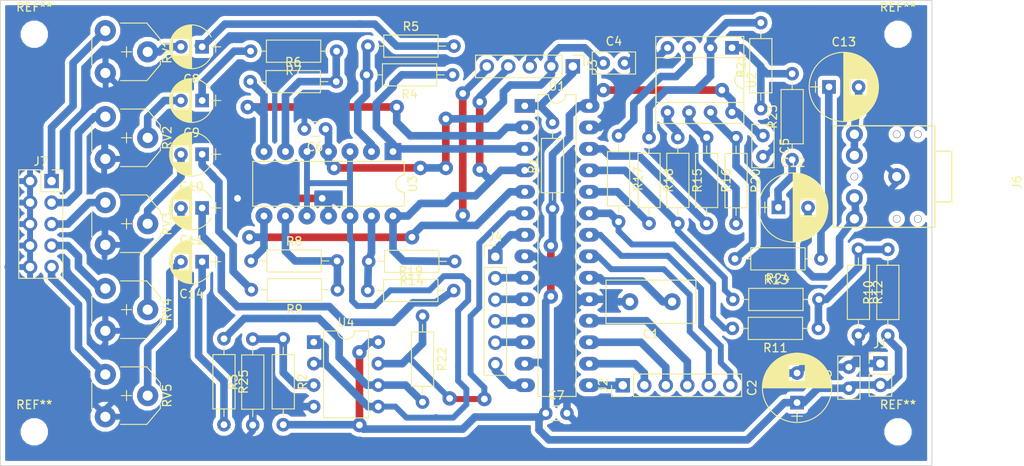
<source format=kicad_pcb>
(kicad_pcb (version 20171130) (host pcbnew "(5.0.0)")
  (layers (0 F.Cu signal) (31 B.Cu signal) (34 B.Paste user) (35 F.Paste user) (36 B.SilkS user) (37 F.SilkS user) (38 B.Mask user) (39 F.Mask user) (44 Edge.Cuts user))
  (net 0 "")
  (net 1 "Net-(C1-Pad1)")
  (net 2 +3V3)
  (net 3 "Net-(C8-Pad1)")
  (net 4 "Net-(C8-Pad2)")
  (net 5 "Net-(C9-Pad1)")
  (net 6 "Net-(C9-Pad2)")
  (net 7 "Net-(C10-Pad1)")
  (net 8 "Net-(C10-Pad2)")
  (net 9 "Net-(C11-Pad1)")
  (net 10 "Net-(C11-Pad2)")
  (net 11 "Net-(C12-Pad1)")
  (net 12 "Net-(C12-Pad2)")
  (net 13 "Net-(C13-Pad1)")
  (net 14 "Net-(C13-Pad2)")
  (net 15 "Net-(C14-Pad1)")
  (net 16 "Net-(C14-Pad2)")
  (net 17 "Net-(J2-Pad1)")
  (net 18 "Net-(J2-Pad2)")
  (net 19 "Net-(J2-Pad3)")
  (net 20 "Net-(J2-Pad4)")
  (net 21 "Net-(J2-Pad5)")
  (net 22 "Net-(J2-Pad6)")
  (net 23 "Net-(J3-Pad1)")
  (net 24 "Net-(J3-Pad4)")
  (net 25 "Net-(J3-Pad5)")
  (net 26 "Net-(J4-Pad1)")
  (net 27 "Net-(J4-Pad2)")
  (net 28 "Net-(J4-Pad3)")
  (net 29 "Net-(J4-Pad4)")
  (net 30 "Net-(J4-Pad5)")
  (net 31 "Net-(J4-Pad6)")
  (net 32 "Net-(J7-Pad1)")
  (net 33 "Net-(J7-Pad3)")
  (net 34 "Net-(J7-Pad5)")
  (net 35 "Net-(J7-Pad7)")
  (net 36 "Net-(J7-Pad9)")
  (net 37 "Net-(R2-Pad1)")
  (net 38 "Net-(R4-Pad1)")
  (net 39 "Net-(R4-Pad2)")
  (net 40 "Net-(R6-Pad1)")
  (net 41 "Net-(R6-Pad2)")
  (net 42 "Net-(R8-Pad2)")
  (net 43 "Net-(R10-Pad2)")
  (net 44 "Net-(R11-Pad2)")
  (net 45 "Net-(R13-Pad1)")
  (net 46 "Net-(R14-Pad2)")
  (net 47 "Net-(R15-Pad1)")
  (net 48 "Net-(R16-Pad1)")
  (net 49 "Net-(R16-Pad2)")
  (net 50 "Net-(R17-Pad1)")
  (net 51 "Net-(R18-Pad1)")
  (net 52 "Net-(R18-Pad2)")
  (net 53 "Net-(R20-Pad1)")
  (net 54 "Net-(R21-Pad1)")
  (net 55 "Net-(R22-Pad1)")
  (net 56 "Net-(R22-Pad2)")
  (net 57 GND)
  (net 58 "Net-(U3-Pad10)")
  (module Socket_Strips:Socket_Strip_Straight_2x05_Pitch2.54mm (layer F.Cu) (at 66.04 86.36)
    (fp_text reference J7 (at -1.27 -2.33) (layer F.SilkS))
    (fp_text value Conn_02x05_Odd_Even)
    (pad 1 thru_hole rect (at 0 0) (size 1.7 1.7) (drill 1) (layers *.Cu *.Mask) (net 32 "Net-(J7-Pad1)"))
    (pad 2 thru_hole oval (at -2.54 0) (size 1.7 1.7) (drill 1) (layers *.Cu *.Mask) (net 57 GND))
    (pad 3 thru_hole oval (at 0 2.54) (size 1.7 1.7) (drill 1) (layers *.Cu *.Mask) (net 33 "Net-(J7-Pad3)"))
    (pad 4 thru_hole oval (at -2.54 2.54) (size 1.7 1.7) (drill 1) (layers *.Cu *.Mask) (net 57 GND))
    (pad 5 thru_hole oval (at 0 5.08) (size 1.7 1.7) (drill 1) (layers *.Cu *.Mask) (net 34 "Net-(J7-Pad5)"))
    (pad 6 thru_hole oval (at -2.54 5.08) (size 1.7 1.7) (drill 1) (layers *.Cu *.Mask) (net 57 GND))
    (pad 7 thru_hole oval (at 0 7.62) (size 1.7 1.7) (drill 1) (layers *.Cu *.Mask) (net 35 "Net-(J7-Pad7)"))
    (pad 8 thru_hole oval (at -2.54 7.62) (size 1.7 1.7) (drill 1) (layers *.Cu *.Mask) (net 57 GND))
    (pad 9 thru_hole oval (at 0 10.16) (size 1.7 1.7) (drill 1) (layers *.Cu *.Mask) (net 36 "Net-(J7-Pad9)"))
    (pad 10 thru_hole oval (at -2.54 10.16) (size 1.7 1.7) (drill 1) (layers *.Cu *.Mask) (net 57 GND))
  )
  (module Resistors_THT:R_Axial_DIN0207_L6.3mm_D2.5mm_P10.16mm_Horizontal (layer F.Cu) (at 89.6 95.8)
    (fp_text reference R8 (at 5.08 -2.31) (layer F.SilkS))
    (fp_text value R)
    (pad 1 thru_hole circle (at 0 0) (size 1.6 1.6) (drill 0.8) (layers *.Cu *.Mask) (net 25 "Net-(J3-Pad5)"))
    (pad 2 thru_hole oval (at 10.16 0) (size 1.6 1.6) (drill 0.8) (layers *.Cu *.Mask) (net 42 "Net-(R8-Pad2)"))
  )
  (module Capacitors_THT:CP_Radial_D5.0mm_P2.50mm (layer F.Cu) (at 83.82 76.835 180)
    (fp_text reference C9 (at 1.25 -3.81 180) (layer F.SilkS))
    (fp_text value CP)
    (pad 1 thru_hole rect (at 0 0 180) (size 1.6 1.6) (drill 0.8) (layers *.Cu *.Mask) (net 5 "Net-(C9-Pad1)"))
    (pad 2 thru_hole circle (at 2.5 0 180) (size 1.6 1.6) (drill 0.8) (layers *.Cu *.Mask) (net 6 "Net-(C9-Pad2)"))
  )
  (module Capacitors_THT:CP_Radial_D5.0mm_P2.50mm (layer F.Cu) (at 83.82 95.885 180)
    (fp_text reference C14 (at 1.25 -3.81 180) (layer F.SilkS))
    (fp_text value CP)
    (pad 1 thru_hole rect (at 0 0 180) (size 1.6 1.6) (drill 0.8) (layers *.Cu *.Mask) (net 15 "Net-(C14-Pad1)"))
    (pad 2 thru_hole circle (at 2.5 0 180) (size 1.6 1.6) (drill 0.8) (layers *.Cu *.Mask) (net 16 "Net-(C14-Pad2)"))
  )
  (module Capacitors_THT:CP_Radial_D8.0mm_P3.50mm (layer F.Cu) (at 154.075 112.55 90)
    (fp_text reference C2 (at 1.75 -5.31 90) (layer F.SilkS))
    (fp_text value CP)
    (pad 1 thru_hole rect (at 0 0 90) (size 1.6 1.6) (drill 0.8) (layers *.Cu *.Mask) (net 2 +3V3))
    (pad 2 thru_hole circle (at 3.5 0 90) (size 1.6 1.6) (drill 0.8) (layers *.Cu *.Mask) (net 57 GND))
  )
  (module Capacitors_THT:C_Disc_D5.0mm_W2.5mm_P2.50mm (layer F.Cu) (at 160.2 110.85 90)
    (fp_text reference C3 (at 1.25 -2.56 90) (layer F.SilkS))
    (fp_text value C)
    (pad 1 thru_hole circle (at 0 0 90) (size 1.6 1.6) (drill 0.8) (layers *.Cu *.Mask) (net 2 +3V3))
    (pad 2 thru_hole circle (at 2.5 0 90) (size 1.6 1.6) (drill 0.8) (layers *.Cu *.Mask) (net 57 GND))
  )
  (module Capacitors_THT:C_Disc_D5.0mm_W2.5mm_P2.50mm (layer F.Cu) (at 131.2 72.4)
    (fp_text reference C4 (at 1.25 -2.56) (layer F.SilkS))
    (fp_text value C)
    (pad 1 thru_hole circle (at 0 0) (size 1.6 1.6) (drill 0.8) (layers *.Cu *.Mask) (net 2 +3V3))
    (pad 2 thru_hole circle (at 2.5 0) (size 1.6 1.6) (drill 0.8) (layers *.Cu *.Mask) (net 57 GND))
  )
  (module Capacitors_THT:C_Disc_D5.0mm_W2.5mm_P2.50mm (layer F.Cu) (at 150.05 80.975 270)
    (fp_text reference C5 (at 1.25 -2.56 270) (layer F.SilkS))
    (fp_text value C)
    (pad 1 thru_hole circle (at 0 0 270) (size 1.6 1.6) (drill 0.8) (layers *.Cu *.Mask) (net 2 +3V3))
    (pad 2 thru_hole circle (at 2.5 0 270) (size 1.6 1.6) (drill 0.8) (layers *.Cu *.Mask) (net 57 GND))
  )
  (module Capacitors_THT:C_Disc_D3.0mm_W1.6mm_P2.50mm (layer F.Cu) (at 98.4 80.2 180)
    (fp_text reference C6 (at 1.25 -2.11 180) (layer F.SilkS))
    (fp_text value C)
    (pad 1 thru_hole circle (at 0 0 180) (size 1.6 1.6) (drill 0.8) (layers *.Cu *.Mask) (net 2 +3V3))
    (pad 2 thru_hole circle (at 2.5 0 180) (size 1.6 1.6) (drill 0.8) (layers *.Cu *.Mask) (net 57 GND))
  )
  (module Capacitors_THT:C_Disc_D3.0mm_W1.6mm_P2.50mm (layer F.Cu) (at 124.4 113.8)
    (fp_text reference C7 (at 1.25 -2.11) (layer F.SilkS))
    (fp_text value C)
    (pad 1 thru_hole circle (at 0 0) (size 1.6 1.6) (drill 0.8) (layers *.Cu *.Mask) (net 2 +3V3))
    (pad 2 thru_hole circle (at 2.5 0) (size 1.6 1.6) (drill 0.8) (layers *.Cu *.Mask) (net 57 GND))
  )
  (module Capacitors_THT:CP_Radial_D5.0mm_P2.50mm (layer F.Cu) (at 83.82 70.485 180)
    (fp_text reference C8 (at 1.25 -3.81 180) (layer F.SilkS))
    (fp_text value CP)
    (pad 1 thru_hole rect (at 0 0 180) (size 1.6 1.6) (drill 0.8) (layers *.Cu *.Mask) (net 3 "Net-(C8-Pad1)"))
    (pad 2 thru_hole circle (at 2.5 0 180) (size 1.6 1.6) (drill 0.8) (layers *.Cu *.Mask) (net 4 "Net-(C8-Pad2)"))
  )
  (module Capacitors_THT:CP_Radial_D5.0mm_P2.50mm (layer F.Cu) (at 83.82 83.185 180)
    (fp_text reference C10 (at 1.25 -3.81 180) (layer F.SilkS))
    (fp_text value CP)
    (pad 1 thru_hole rect (at 0 0 180) (size 1.6 1.6) (drill 0.8) (layers *.Cu *.Mask) (net 7 "Net-(C10-Pad1)"))
    (pad 2 thru_hole circle (at 2.5 0 180) (size 1.6 1.6) (drill 0.8) (layers *.Cu *.Mask) (net 8 "Net-(C10-Pad2)"))
  )
  (module Capacitors_THT:CP_Radial_D5.0mm_P2.50mm (layer F.Cu) (at 83.82 89.535 180)
    (fp_text reference C11 (at 1.25 -3.81 180) (layer F.SilkS))
    (fp_text value CP)
    (pad 1 thru_hole rect (at 0 0 180) (size 1.6 1.6) (drill 0.8) (layers *.Cu *.Mask) (net 9 "Net-(C11-Pad1)"))
    (pad 2 thru_hole circle (at 2.5 0 180) (size 1.6 1.6) (drill 0.8) (layers *.Cu *.Mask) (net 10 "Net-(C11-Pad2)"))
  )
  (module Capacitors_THT:CP_Radial_D8.0mm_P3.50mm (layer F.Cu) (at 151.875 89.475)
    (fp_text reference C12 (at 1.75 -5.31) (layer F.SilkS))
    (fp_text value CP)
    (pad 1 thru_hole rect (at 0 0) (size 1.6 1.6) (drill 0.8) (layers *.Cu *.Mask) (net 11 "Net-(C12-Pad1)"))
    (pad 2 thru_hole circle (at 3.5 0) (size 1.6 1.6) (drill 0.8) (layers *.Cu *.Mask) (net 12 "Net-(C12-Pad2)"))
  )
  (module Capacitors_THT:CP_Radial_D8.0mm_P3.50mm (layer F.Cu) (at 157.85 75.225)
    (fp_text reference C13 (at 1.75 -5.31) (layer F.SilkS))
    (fp_text value CP)
    (pad 1 thru_hole rect (at 0 0) (size 1.6 1.6) (drill 0.8) (layers *.Cu *.Mask) (net 13 "Net-(C13-Pad1)"))
    (pad 2 thru_hole circle (at 3.5 0) (size 1.6 1.6) (drill 0.8) (layers *.Cu *.Mask) (net 14 "Net-(C13-Pad2)"))
  )
  (module Socket_Strips:Socket_Strip_Straight_1x02_Pitch2.54mm (layer F.Cu) (at 163.925 107.925)
    (fp_text reference J1 (at 0 -2.33) (layer F.SilkS))
    (fp_text value Conn_01x02)
    (pad 1 thru_hole rect (at 0 0) (size 1.7 1.7) (drill 1) (layers *.Cu *.Mask) (net 57 GND))
    (pad 2 thru_hole oval (at 0 2.54) (size 1.7 1.7) (drill 1) (layers *.Cu *.Mask) (net 2 +3V3))
  )
  (module Socket_Strips:Socket_Strip_Straight_1x06_Pitch2.54mm (layer F.Cu) (at 133.5 110.5 90)
    (fp_text reference J2 (at 0 -2.33 90) (layer F.SilkS))
    (fp_text value Conn_01x06)
    (pad 1 thru_hole rect (at 0 0 90) (size 1.7 1.7) (drill 1) (layers *.Cu *.Mask) (net 17 "Net-(J2-Pad1)"))
    (pad 2 thru_hole oval (at 0 2.54 90) (size 1.7 1.7) (drill 1) (layers *.Cu *.Mask) (net 18 "Net-(J2-Pad2)"))
    (pad 3 thru_hole oval (at 0 5.08 90) (size 1.7 1.7) (drill 1) (layers *.Cu *.Mask) (net 19 "Net-(J2-Pad3)"))
    (pad 4 thru_hole oval (at 0 7.62 90) (size 1.7 1.7) (drill 1) (layers *.Cu *.Mask) (net 20 "Net-(J2-Pad4)"))
    (pad 5 thru_hole oval (at 0 10.16 90) (size 1.7 1.7) (drill 1) (layers *.Cu *.Mask) (net 21 "Net-(J2-Pad5)"))
    (pad 6 thru_hole oval (at 0 12.7 90) (size 1.7 1.7) (drill 1) (layers *.Cu *.Mask) (net 22 "Net-(J2-Pad6)"))
  )
  (module Socket_Strips:Socket_Strip_Straight_1x05_Pitch2.54mm (layer F.Cu) (at 127.6 72.8 270)
    (fp_text reference J3 (at 0 -2.33 270) (layer F.SilkS))
    (fp_text value Conn_01x05)
    (pad 1 thru_hole rect (at 0 0 270) (size 1.7 1.7) (drill 1) (layers *.Cu *.Mask) (net 23 "Net-(J3-Pad1)"))
    (pad 2 thru_hole oval (at 0 2.54 270) (size 1.7 1.7) (drill 1) (layers *.Cu *.Mask) (net 2 +3V3))
    (pad 3 thru_hole oval (at 0 5.08 270) (size 1.7 1.7) (drill 1) (layers *.Cu *.Mask) (net 57 GND))
    (pad 4 thru_hole oval (at 0 7.62 270) (size 1.7 1.7) (drill 1) (layers *.Cu *.Mask) (net 24 "Net-(J3-Pad4)"))
    (pad 5 thru_hole oval (at 0 10.16 270) (size 1.7 1.7) (drill 1) (layers *.Cu *.Mask) (net 25 "Net-(J3-Pad5)"))
  )
  (module Socket_Strips:Socket_Strip_Straight_1x06_Pitch2.54mm (layer F.Cu) (at 118.45 95.3)
    (fp_text reference J4 (at 0 -2.33) (layer F.SilkS))
    (fp_text value Conn_01x06)
    (pad 1 thru_hole rect (at 0 0) (size 1.7 1.7) (drill 1) (layers *.Cu *.Mask) (net 26 "Net-(J4-Pad1)"))
    (pad 2 thru_hole oval (at 0 2.54) (size 1.7 1.7) (drill 1) (layers *.Cu *.Mask) (net 27 "Net-(J4-Pad2)"))
    (pad 3 thru_hole oval (at 0 5.08) (size 1.7 1.7) (drill 1) (layers *.Cu *.Mask) (net 28 "Net-(J4-Pad3)"))
    (pad 4 thru_hole oval (at 0 7.62) (size 1.7 1.7) (drill 1) (layers *.Cu *.Mask) (net 29 "Net-(J4-Pad4)"))
    (pad 5 thru_hole oval (at 0 10.16) (size 1.7 1.7) (drill 1) (layers *.Cu *.Mask) (net 30 "Net-(J4-Pad5)"))
    (pad 6 thru_hole oval (at 0 12.7) (size 1.7 1.7) (drill 1) (layers *.Cu *.Mask) (net 31 "Net-(J4-Pad6)"))
  )
  (module rozne_bibliteki_artura:jack35mm_wo_switch (layer F.Cu) (at 165.85 85.825 270)
    (fp_text reference J6 (at 0.7 -14.2 270) (layer F.SilkS))
    (fp_text value Audio-Jack-3_2Switches)
    (pad 1 thru_hole circle (at -2.5 5 270) (size 2 2) (drill 1.1) (layers *.Cu *.Mask) (net 14 "Net-(C13-Pad2)"))
    (pad 2 thru_hole circle (at 2.5 5 270) (size 2 2) (drill 1.1) (layers *.Cu *.Mask) (net 12 "Net-(C12-Pad2)"))
    (pad 1 thru_hole circle (at -5 5 270) (size 2 2) (drill 1.1) (layers *.Cu *.Mask) (net 14 "Net-(C13-Pad2)"))
    (pad 2 thru_hole circle (at 5 5 270) (size 2 2) (drill 1.1) (layers *.Cu *.Mask) (net 12 "Net-(C12-Pad2)"))
    (pad 3 thru_hole circle (at 0 0 270) (size 2 2) (drill 1.1) (layers *.Cu *.Mask) (net 57 GND))
    (pad 6 thru_hole circle (at 0 5 270) (size 0.9 0.9) (drill 0.8) (layers *.Cu *.Mask))
    (pad 7 thru_hole circle (at -5 0 270) (size 0.9 0.9) (drill 0.8) (layers *.Cu *.Mask))
    (pad 8 thru_hole circle (at -5 -2.5 270) (size 0.9 0.9) (drill 0.8) (layers *.Cu *.Mask))
    (pad 9 thru_hole circle (at 5 0 270) (size 0.9 0.9) (drill 0.8) (layers *.Cu *.Mask))
    (pad 10 thru_hole circle (at 5 -2.5 270) (size 0.9 0.9) (drill 0.8) (layers *.Cu *.Mask))
  )
  (module Resistors_THT:R_Axial_DIN0207_L6.3mm_D2.5mm_P10.16mm_Horizontal (layer F.Cu) (at 125.2 89.6 90)
    (fp_text reference R1 (at 5.08 -2.31 90) (layer F.SilkS))
    (fp_text value R)
    (pad 1 thru_hole circle (at 0 0 90) (size 1.6 1.6) (drill 0.8) (layers *.Cu *.Mask) (net 2 +3V3))
    (pad 2 thru_hole oval (at 10.16 0 90) (size 1.6 1.6) (drill 0.8) (layers *.Cu *.Mask) (net 23 "Net-(J3-Pad1)"))
  )
  (module Resistors_THT:R_Axial_DIN0207_L6.3mm_D2.5mm_P10.16mm_Horizontal (layer F.Cu) (at 93.4 105 270)
    (fp_text reference R2 (at 5.08 -2.31 270) (layer F.SilkS))
    (fp_text value R)
    (pad 1 thru_hole circle (at 0 0 270) (size 1.6 1.6) (drill 0.8) (layers *.Cu *.Mask) (net 37 "Net-(R2-Pad1)"))
    (pad 2 thru_hole oval (at 10.16 0 270) (size 1.6 1.6) (drill 0.8) (layers *.Cu *.Mask) (net 2 +3V3))
  )
  (module Resistors_THT:R_Axial_DIN0207_L6.3mm_D2.5mm_P10.16mm_Horizontal (layer F.Cu) (at 89.8 115.2 90)
    (fp_text reference R3 (at 5.08 -2.31 90) (layer F.SilkS))
    (fp_text value R)
    (pad 1 thru_hole circle (at 0 0 90) (size 1.6 1.6) (drill 0.8) (layers *.Cu *.Mask) (net 57 GND))
    (pad 2 thru_hole oval (at 10.16 0 90) (size 1.6 1.6) (drill 0.8) (layers *.Cu *.Mask) (net 37 "Net-(R2-Pad1)"))
  )
  (module Resistors_THT:R_Axial_DIN0207_L6.3mm_D2.5mm_P10.16mm_Horizontal (layer F.Cu) (at 113.4 73.8 180)
    (fp_text reference R4 (at 5.08 -2.31 180) (layer F.SilkS))
    (fp_text value R)
    (pad 1 thru_hole circle (at 0 0 180) (size 1.6 1.6) (drill 0.8) (layers *.Cu *.Mask) (net 38 "Net-(R4-Pad1)"))
    (pad 2 thru_hole oval (at 10.16 0 180) (size 1.6 1.6) (drill 0.8) (layers *.Cu *.Mask) (net 39 "Net-(R4-Pad2)"))
  )
  (module Resistors_THT:R_Axial_DIN0207_L6.3mm_D2.5mm_P10.16mm_Horizontal (layer F.Cu) (at 103.4 70.4)
    (fp_text reference R5 (at 5.08 -2.31) (layer F.SilkS))
    (fp_text value R)
    (pad 1 thru_hole circle (at 0 0) (size 1.6 1.6) (drill 0.8) (layers *.Cu *.Mask) (net 39 "Net-(R4-Pad2)"))
    (pad 2 thru_hole oval (at 10.16 0) (size 1.6 1.6) (drill 0.8) (layers *.Cu *.Mask) (net 3 "Net-(C8-Pad1)"))
  )
  (module Resistors_THT:R_Axial_DIN0207_L6.3mm_D2.5mm_P10.16mm_Horizontal (layer F.Cu) (at 89.5 74.6)
    (fp_text reference R6 (at 5.08 -2.31) (layer F.SilkS))
    (fp_text value R)
    (pad 1 thru_hole circle (at 0 0) (size 1.6 1.6) (drill 0.8) (layers *.Cu *.Mask) (net 40 "Net-(R6-Pad1)"))
    (pad 2 thru_hole oval (at 10.16 0) (size 1.6 1.6) (drill 0.8) (layers *.Cu *.Mask) (net 41 "Net-(R6-Pad2)"))
  )
  (module Resistors_THT:R_Axial_DIN0207_L6.3mm_D2.5mm_P10.16mm_Horizontal (layer F.Cu) (at 99.7 71 180)
    (fp_text reference R7 (at 5.08 -2.31 180) (layer F.SilkS))
    (fp_text value R)
    (pad 1 thru_hole circle (at 0 0 180) (size 1.6 1.6) (drill 0.8) (layers *.Cu *.Mask) (net 41 "Net-(R6-Pad2)"))
    (pad 2 thru_hole oval (at 10.16 0 180) (size 1.6 1.6) (drill 0.8) (layers *.Cu *.Mask) (net 5 "Net-(C9-Pad1)"))
  )
  (module Resistors_THT:R_Axial_DIN0207_L6.3mm_D2.5mm_P10.16mm_Horizontal (layer F.Cu) (at 99.8 99.2 180)
    (fp_text reference R9 (at 5.08 -2.31 180) (layer F.SilkS))
    (fp_text value R)
    (pad 1 thru_hole circle (at 0 0 180) (size 1.6 1.6) (drill 0.8) (layers *.Cu *.Mask) (net 42 "Net-(R8-Pad2)"))
    (pad 2 thru_hole oval (at 10.16 0 180) (size 1.6 1.6) (drill 0.8) (layers *.Cu *.Mask) (net 7 "Net-(C10-Pad1)"))
  )
  (module Resistors_THT:R_Axial_DIN0207_L6.3mm_D2.5mm_P10.16mm_Horizontal (layer F.Cu) (at 156.6 103.775 180)
    (fp_text reference R11 (at 5.08 -2.31 180) (layer F.SilkS))
    (fp_text value R)
    (pad 1 thru_hole circle (at 0 0 180) (size 1.6 1.6) (drill 0.8) (layers *.Cu *.Mask) (net 43 "Net-(R10-Pad2)"))
    (pad 2 thru_hole oval (at 10.16 0 180) (size 1.6 1.6) (drill 0.8) (layers *.Cu *.Mask) (net 44 "Net-(R11-Pad2)"))
  )
  (module Resistors_THT:R_Axial_DIN0207_L6.3mm_D2.5mm_P10.16mm_Horizontal (layer F.Cu) (at 146.5 100.35)
    (fp_text reference R13 (at 5.08 -2.31) (layer F.SilkS))
    (fp_text value R)
    (pad 1 thru_hole circle (at 0 0) (size 1.6 1.6) (drill 0.8) (layers *.Cu *.Mask) (net 45 "Net-(R13-Pad1)"))
    (pad 2 thru_hole oval (at 10.16 0) (size 1.6 1.6) (drill 0.8) (layers *.Cu *.Mask) (net 43 "Net-(R10-Pad2)"))
  )
  (module Resistors_THT:R_Axial_DIN0207_L6.3mm_D2.5mm_P10.16mm_Horizontal (layer F.Cu) (at 113.65 95.85 180)
    (fp_text reference R14 (at 5.08 -2.31 180) (layer F.SilkS))
    (fp_text value R)
    (pad 1 thru_hole circle (at 0 0 180) (size 1.6 1.6) (drill 0.8) (layers *.Cu *.Mask) (net 24 "Net-(J3-Pad4)"))
    (pad 2 thru_hole oval (at 10.16 0 180) (size 1.6 1.6) (drill 0.8) (layers *.Cu *.Mask) (net 46 "Net-(R14-Pad2)"))
  )
  (module Resistors_THT:R_Axial_DIN0207_L6.3mm_D2.5mm_P10.16mm_Horizontal (layer F.Cu) (at 140 81.2 270)
    (fp_text reference R15 (at 5.08 -2.31 270) (layer F.SilkS))
    (fp_text value R)
    (pad 1 thru_hole circle (at 0 0 270) (size 1.6 1.6) (drill 0.8) (layers *.Cu *.Mask) (net 47 "Net-(R15-Pad1)"))
    (pad 2 thru_hole oval (at 10.16 0 270) (size 1.6 1.6) (drill 0.8) (layers *.Cu *.Mask) (net 45 "Net-(R13-Pad1)"))
  )
  (module Resistors_THT:R_Axial_DIN0207_L6.3mm_D2.5mm_P10.16mm_Horizontal (layer F.Cu) (at 143.4 81.2 270)
    (fp_text reference R16 (at 5.08 -2.31 270) (layer F.SilkS))
    (fp_text value R)
    (pad 1 thru_hole circle (at 0 0 270) (size 1.6 1.6) (drill 0.8) (layers *.Cu *.Mask) (net 48 "Net-(R16-Pad1)"))
    (pad 2 thru_hole oval (at 10.16 0 270) (size 1.6 1.6) (drill 0.8) (layers *.Cu *.Mask) (net 49 "Net-(R16-Pad2)"))
  )
  (module Resistors_THT:R_Axial_DIN0207_L6.3mm_D2.5mm_P10.16mm_Horizontal (layer F.Cu) (at 133 81 270)
    (fp_text reference R17 (at 5.08 -2.31 270) (layer F.SilkS))
    (fp_text value R)
    (pad 1 thru_hole circle (at 0 0 270) (size 1.6 1.6) (drill 0.8) (layers *.Cu *.Mask) (net 50 "Net-(R17-Pad1)"))
    (pad 2 thru_hole oval (at 10.16 0 270) (size 1.6 1.6) (drill 0.8) (layers *.Cu *.Mask) (net 44 "Net-(R11-Pad2)"))
  )
  (module Resistors_THT:R_Axial_DIN0207_L6.3mm_D2.5mm_P10.16mm_Horizontal (layer F.Cu) (at 136.6 81.2 270)
    (fp_text reference R18 (at 5.08 -2.31 270) (layer F.SilkS))
    (fp_text value R)
    (pad 1 thru_hole circle (at 0 0 270) (size 1.6 1.6) (drill 0.8) (layers *.Cu *.Mask) (net 51 "Net-(R18-Pad1)"))
    (pad 2 thru_hole oval (at 10.16 0 270) (size 1.6 1.6) (drill 0.8) (layers *.Cu *.Mask) (net 52 "Net-(R18-Pad2)"))
  )
  (module Resistors_THT:R_Axial_DIN0207_L6.3mm_D2.5mm_P10.16mm_Horizontal (layer F.Cu) (at 103.375 99.3)
    (fp_text reference R19 (at 5.08 -2.31) (layer F.SilkS))
    (fp_text value R)
    (pad 1 thru_hole circle (at 0 0) (size 1.6 1.6) (drill 0.8) (layers *.Cu *.Mask) (net 46 "Net-(R14-Pad2)"))
    (pad 2 thru_hole oval (at 10.16 0) (size 1.6 1.6) (drill 0.8) (layers *.Cu *.Mask) (net 9 "Net-(C11-Pad1)"))
  )
  (module Resistors_THT:R_Axial_DIN0207_L6.3mm_D2.5mm_P10.16mm_Horizontal (layer F.Cu) (at 146.875 81.225 270)
    (fp_text reference R20 (at 5.08 -2.31 270) (layer F.SilkS))
    (fp_text value R)
    (pad 1 thru_hole circle (at 0 0 270) (size 1.6 1.6) (drill 0.8) (layers *.Cu *.Mask) (net 53 "Net-(R20-Pad1)"))
    (pad 2 thru_hole oval (at 10.16 0 270) (size 1.6 1.6) (drill 0.8) (layers *.Cu *.Mask) (net 48 "Net-(R16-Pad1)"))
  )
  (module Resistors_THT:R_Axial_DIN0207_L6.3mm_D2.5mm_P10.16mm_Horizontal (layer F.Cu) (at 149.8 77.8 90)
    (fp_text reference R21 (at 5.08 -2.31 90) (layer F.SilkS))
    (fp_text value R)
    (pad 1 thru_hole circle (at 0 0 90) (size 1.6 1.6) (drill 0.8) (layers *.Cu *.Mask) (net 54 "Net-(R21-Pad1)"))
    (pad 2 thru_hole oval (at 10.16 0 90) (size 1.6 1.6) (drill 0.8) (layers *.Cu *.Mask) (net 51 "Net-(R18-Pad1)"))
  )
  (module Resistors_THT:R_Axial_DIN0207_L6.3mm_D2.5mm_P10.16mm_Horizontal (layer F.Cu) (at 109.85 102.325 270)
    (fp_text reference R22 (at 5.08 -2.31 270) (layer F.SilkS))
    (fp_text value R)
    (pad 1 thru_hole circle (at 0 0 270) (size 1.6 1.6) (drill 0.8) (layers *.Cu *.Mask) (net 55 "Net-(R22-Pad1)"))
    (pad 2 thru_hole oval (at 10.16 0 270) (size 1.6 1.6) (drill 0.8) (layers *.Cu *.Mask) (net 56 "Net-(R22-Pad2)"))
  )
  (module Resistors_THT:R_Axial_DIN0207_L6.3mm_D2.5mm_P10.16mm_Horizontal (layer F.Cu) (at 153.5 83.825 90)
    (fp_text reference R23 (at 5.08 -2.31 90) (layer F.SilkS))
    (fp_text value R)
    (pad 1 thru_hole circle (at 0 0 90) (size 1.6 1.6) (drill 0.8) (layers *.Cu *.Mask) (net 11 "Net-(C12-Pad1)"))
    (pad 2 thru_hole oval (at 10.16 0 90) (size 1.6 1.6) (drill 0.8) (layers *.Cu *.Mask) (net 54 "Net-(R21-Pad1)"))
  )
  (module Resistors_THT:R_Axial_DIN0207_L6.3mm_D2.5mm_P10.16mm_Horizontal (layer F.Cu) (at 156.9 95.55 180)
    (fp_text reference R24 (at 5.08 -2.31 180) (layer F.SilkS))
    (fp_text value R)
    (pad 1 thru_hole circle (at 0 0 180) (size 1.6 1.6) (drill 0.8) (layers *.Cu *.Mask) (net 13 "Net-(C13-Pad1)"))
    (pad 2 thru_hole oval (at 10.16 0 180) (size 1.6 1.6) (drill 0.8) (layers *.Cu *.Mask) (net 53 "Net-(R20-Pad1)"))
  )
  (module Resistors_THT:R_Axial_DIN0207_L6.3mm_D2.5mm_P10.16mm_Horizontal (layer F.Cu) (at 86.4 105 270)
    (fp_text reference R25 (at 5.08 -2.31 270) (layer F.SilkS))
    (fp_text value R)
    (pad 1 thru_hole circle (at 0 0 270) (size 1.6 1.6) (drill 0.8) (layers *.Cu *.Mask) (net 56 "Net-(R22-Pad2)"))
    (pad 2 thru_hole oval (at 10.16 0 270) (size 1.6 1.6) (drill 0.8) (layers *.Cu *.Mask) (net 15 "Net-(C14-Pad1)"))
  )
  (module Potentiometers:Potentiometer_Trimmer_VishaySpectrol_Econtrim-Type36M (layer F.Cu) (at 72.39 68.58 270)
    (fp_text reference RV1 (at 2.5 -7.3 270) (layer F.SilkS))
    (fp_text value R_POT)
    (pad 2 thru_hole circle (at 2.5 -5 270) (size 2.5 2.5) (drill 1.2) (layers *.Cu *.Mask) (net 4 "Net-(C8-Pad2)"))
    (pad 3 thru_hole circle (at 5 0 270) (size 2.5 2.5) (drill 1.2) (layers *.Cu *.Mask) (net 57 GND))
    (pad 1 thru_hole circle (at 0 0 270) (size 2.5 2.5) (drill 1.2) (layers *.Cu *.Mask) (net 32 "Net-(J7-Pad1)"))
  )
  (module Potentiometers:Potentiometer_Trimmer_VishaySpectrol_Econtrim-Type36M (layer F.Cu) (at 72.39 78.74 270)
    (fp_text reference RV2 (at 2.5 -7.3 270) (layer F.SilkS))
    (fp_text value R_POT)
    (pad 2 thru_hole circle (at 2.5 -5 270) (size 2.5 2.5) (drill 1.2) (layers *.Cu *.Mask) (net 6 "Net-(C9-Pad2)"))
    (pad 3 thru_hole circle (at 5 0 270) (size 2.5 2.5) (drill 1.2) (layers *.Cu *.Mask) (net 57 GND))
    (pad 1 thru_hole circle (at 0 0 270) (size 2.5 2.5) (drill 1.2) (layers *.Cu *.Mask) (net 33 "Net-(J7-Pad3)"))
  )
  (module Potentiometers:Potentiometer_Trimmer_VishaySpectrol_Econtrim-Type36M (layer F.Cu) (at 72.39 88.9 270)
    (fp_text reference RV3 (at 2.5 -7.3 270) (layer F.SilkS))
    (fp_text value R_POT)
    (pad 2 thru_hole circle (at 2.5 -5 270) (size 2.5 2.5) (drill 1.2) (layers *.Cu *.Mask) (net 8 "Net-(C10-Pad2)"))
    (pad 3 thru_hole circle (at 5 0 270) (size 2.5 2.5) (drill 1.2) (layers *.Cu *.Mask) (net 57 GND))
    (pad 1 thru_hole circle (at 0 0 270) (size 2.5 2.5) (drill 1.2) (layers *.Cu *.Mask) (net 34 "Net-(J7-Pad5)"))
  )
  (module Potentiometers:Potentiometer_Trimmer_VishaySpectrol_Econtrim-Type36M (layer F.Cu) (at 72.39 99.06 270)
    (fp_text reference RV4 (at 2.5 -7.3 270) (layer F.SilkS))
    (fp_text value R_POT)
    (pad 2 thru_hole circle (at 2.5 -5 270) (size 2.5 2.5) (drill 1.2) (layers *.Cu *.Mask) (net 10 "Net-(C11-Pad2)"))
    (pad 3 thru_hole circle (at 5 0 270) (size 2.5 2.5) (drill 1.2) (layers *.Cu *.Mask) (net 57 GND))
    (pad 1 thru_hole circle (at 0 0 270) (size 2.5 2.5) (drill 1.2) (layers *.Cu *.Mask) (net 35 "Net-(J7-Pad7)"))
  )
  (module Potentiometers:Potentiometer_Trimmer_VishaySpectrol_Econtrim-Type36M (layer F.Cu) (at 72.39 109.22 270)
    (fp_text reference RV5 (at 2.5 -7.3 270) (layer F.SilkS))
    (fp_text value R_POT)
    (pad 2 thru_hole circle (at 2.5 -5 270) (size 2.5 2.5) (drill 1.2) (layers *.Cu *.Mask) (net 16 "Net-(C14-Pad2)"))
    (pad 3 thru_hole circle (at 5 0 270) (size 2.5 2.5) (drill 1.2) (layers *.Cu *.Mask) (net 57 GND))
    (pad 1 thru_hole circle (at 0 0 270) (size 2.5 2.5) (drill 1.2) (layers *.Cu *.Mask) (net 36 "Net-(J7-Pad9)"))
  )
  (module Housings_DIP:DIP-28_W7.62mm_LongPads (layer F.Cu) (at 121.92 77.47)
    (fp_text reference U1 (at 3.81 -2.33) (layer F.SilkS))
    (fp_text value DSPIC33FJ128GP802)
    (pad 1 thru_hole rect (at 0 0) (size 2.4 1.6) (drill 0.8) (layers *.Cu *.Mask) (net 23 "Net-(J3-Pad1)"))
    (pad 15 thru_hole oval (at 7.62 33.02) (size 2.4 1.6) (drill 0.8) (layers *.Cu *.Mask) (net 17 "Net-(J2-Pad1)"))
    (pad 2 thru_hole oval (at 0 2.54) (size 2.4 1.6) (drill 0.8) (layers *.Cu *.Mask) (net 40 "Net-(R6-Pad1)"))
    (pad 16 thru_hole oval (at 7.62 30.48) (size 2.4 1.6) (drill 0.8) (layers *.Cu *.Mask) (net 18 "Net-(J2-Pad2)"))
    (pad 3 thru_hole oval (at 0 5.08) (size 2.4 1.6) (drill 0.8) (layers *.Cu *.Mask) (net 38 "Net-(R4-Pad1)"))
    (pad 17 thru_hole oval (at 7.62 27.94) (size 2.4 1.6) (drill 0.8) (layers *.Cu *.Mask) (net 19 "Net-(J2-Pad3)"))
    (pad 4 thru_hole oval (at 0 7.62) (size 2.4 1.6) (drill 0.8) (layers *.Cu *.Mask) (net 24 "Net-(J3-Pad4)"))
    (pad 18 thru_hole oval (at 7.62 25.4) (size 2.4 1.6) (drill 0.8) (layers *.Cu *.Mask) (net 20 "Net-(J2-Pad4)"))
    (pad 5 thru_hole oval (at 0 10.16) (size 2.4 1.6) (drill 0.8) (layers *.Cu *.Mask) (net 25 "Net-(J3-Pad5)"))
    (pad 19 thru_hole oval (at 7.62 22.86) (size 2.4 1.6) (drill 0.8) (layers *.Cu *.Mask) (net 57 GND))
    (pad 6 thru_hole oval (at 0 12.7) (size 2.4 1.6) (drill 0.8) (layers *.Cu *.Mask) (net 55 "Net-(R22-Pad1)"))
    (pad 20 thru_hole oval (at 7.62 20.32) (size 2.4 1.6) (drill 0.8) (layers *.Cu *.Mask) (net 1 "Net-(C1-Pad1)"))
    (pad 7 thru_hole oval (at 0 15.24) (size 2.4 1.6) (drill 0.8) (layers *.Cu *.Mask) (net 26 "Net-(J4-Pad1)"))
    (pad 21 thru_hole oval (at 7.62 17.78) (size 2.4 1.6) (drill 0.8) (layers *.Cu *.Mask) (net 21 "Net-(J2-Pad5)"))
    (pad 8 thru_hole oval (at 0 17.78) (size 2.4 1.6) (drill 0.8) (layers *.Cu *.Mask) (net 57 GND))
    (pad 22 thru_hole oval (at 7.62 15.24) (size 2.4 1.6) (drill 0.8) (layers *.Cu *.Mask) (net 22 "Net-(J2-Pad6)"))
    (pad 9 thru_hole oval (at 0 20.32) (size 2.4 1.6) (drill 0.8) (layers *.Cu *.Mask) (net 27 "Net-(J4-Pad2)"))
    (pad 23 thru_hole oval (at 7.62 12.7) (size 2.4 1.6) (drill 0.8) (layers *.Cu *.Mask) (net 44 "Net-(R11-Pad2)"))
    (pad 10 thru_hole oval (at 0 22.86) (size 2.4 1.6) (drill 0.8) (layers *.Cu *.Mask) (net 28 "Net-(J4-Pad3)"))
    (pad 24 thru_hole oval (at 7.62 10.16) (size 2.4 1.6) (drill 0.8) (layers *.Cu *.Mask) (net 52 "Net-(R18-Pad2)"))
    (pad 11 thru_hole oval (at 0 25.4) (size 2.4 1.6) (drill 0.8) (layers *.Cu *.Mask) (net 29 "Net-(J4-Pad4)"))
    (pad 25 thru_hole oval (at 7.62 7.62) (size 2.4 1.6) (drill 0.8) (layers *.Cu *.Mask) (net 45 "Net-(R13-Pad1)"))
    (pad 12 thru_hole oval (at 0 27.94) (size 2.4 1.6) (drill 0.8) (layers *.Cu *.Mask) (net 30 "Net-(J4-Pad5)"))
    (pad 26 thru_hole oval (at 7.62 5.08) (size 2.4 1.6) (drill 0.8) (layers *.Cu *.Mask) (net 49 "Net-(R16-Pad2)"))
    (pad 13 thru_hole oval (at 0 30.48) (size 2.4 1.6) (drill 0.8) (layers *.Cu *.Mask) (net 2 +3V3))
    (pad 27 thru_hole oval (at 7.62 2.54) (size 2.4 1.6) (drill 0.8) (layers *.Cu *.Mask) (net 57 GND))
    (pad 14 thru_hole oval (at 0 33.02) (size 2.4 1.6) (drill 0.8) (layers *.Cu *.Mask) (net 31 "Net-(J4-Pad6)"))
    (pad 28 thru_hole oval (at 7.62 0) (size 2.4 1.6) (drill 0.8) (layers *.Cu *.Mask) (net 2 +3V3))
  )
  (module Housings_DIP:DIP-8_W7.62mm_Socket (layer F.Cu) (at 146.4 70.6 270)
    (fp_text reference U2 (at 3.81 -2.33 270) (layer F.SilkS))
    (fp_text value MCP602)
    (pad 1 thru_hole rect (at 0 0 270) (size 1.6 1.6) (drill 0.8) (layers *.Cu *.Mask) (net 54 "Net-(R21-Pad1)"))
    (pad 5 thru_hole oval (at 7.62 7.62 270) (size 1.6 1.6) (drill 0.8) (layers *.Cu *.Mask) (net 47 "Net-(R15-Pad1)"))
    (pad 2 thru_hole oval (at 0 2.54 270) (size 1.6 1.6) (drill 0.8) (layers *.Cu *.Mask) (net 51 "Net-(R18-Pad1)"))
    (pad 6 thru_hole oval (at 7.62 5.08 270) (size 1.6 1.6) (drill 0.8) (layers *.Cu *.Mask) (net 48 "Net-(R16-Pad1)"))
    (pad 3 thru_hole oval (at 0 5.08 270) (size 1.6 1.6) (drill 0.8) (layers *.Cu *.Mask) (net 50 "Net-(R17-Pad1)"))
    (pad 7 thru_hole oval (at 7.62 2.54 270) (size 1.6 1.6) (drill 0.8) (layers *.Cu *.Mask) (net 53 "Net-(R20-Pad1)"))
    (pad 4 thru_hole oval (at 0 7.62 270) (size 1.6 1.6) (drill 0.8) (layers *.Cu *.Mask) (net 57 GND))
    (pad 8 thru_hole oval (at 7.62 0 270) (size 1.6 1.6) (drill 0.8) (layers *.Cu *.Mask) (net 2 +3V3))
  )
  (module Resistors_THT:R_Axial_DIN0207_L6.3mm_D2.5mm_P10.16mm_Horizontal (layer F.Cu) (at 164.8 104.6 90)
    (fp_text reference R10 (at 5.08 -2.31 90) (layer F.SilkS))
    (fp_text value R)
    (pad 1 thru_hole circle (at 0 0 90) (size 1.6 1.6) (drill 0.8) (layers *.Cu *.Mask) (net 2 +3V3))
    (pad 2 thru_hole oval (at 10.16 0 90) (size 1.6 1.6) (drill 0.8) (layers *.Cu *.Mask) (net 43 "Net-(R10-Pad2)"))
  )
  (module Resistors_THT:R_Axial_DIN0207_L6.3mm_D2.5mm_P10.16mm_Horizontal (layer F.Cu) (at 161.325 94.425 270)
    (fp_text reference R12 (at 5.08 -2.31 270) (layer F.SilkS))
    (fp_text value R)
    (pad 1 thru_hole circle (at 0 0 270) (size 1.6 1.6) (drill 0.8) (layers *.Cu *.Mask) (net 43 "Net-(R10-Pad2)"))
    (pad 2 thru_hole oval (at 10.16 0 270) (size 1.6 1.6) (drill 0.8) (layers *.Cu *.Mask) (net 57 GND))
  )
  (module Capacitors_THT:C_Disc_D10.5mm_W5.0mm_P5.00mm (layer F.Cu) (at 139.325 100.625 180)
    (fp_text reference C1 (at 2.5 -3.81 180) (layer F.SilkS))
    (fp_text value CP)
    (pad 1 thru_hole circle (at 0 0 180) (size 2 2) (drill 1) (layers *.Cu *.Mask) (net 1 "Net-(C1-Pad1)"))
    (pad 2 thru_hole circle (at 5 0 180) (size 2 2) (drill 1) (layers *.Cu *.Mask) (net 57 GND))
  )
  (module Housings_DIP:DIP-8_W7.62mm (layer F.Cu) (at 97 105.4)
    (fp_text reference U4 (at 3.81 -2.33) (layer F.SilkS))
    (fp_text value MCP602)
    (pad 1 thru_hole rect (at 0 0) (size 1.6 1.6) (drill 0.8) (layers *.Cu *.Mask) (net 58 "Net-(U3-Pad10)"))
    (pad 5 thru_hole oval (at 7.62 7.62) (size 1.6 1.6) (drill 0.8) (layers *.Cu *.Mask) (net 58 "Net-(U3-Pad10)"))
    (pad 2 thru_hole oval (at 0 2.54) (size 1.6 1.6) (drill 0.8) (layers *.Cu *.Mask) (net 58 "Net-(U3-Pad10)"))
    (pad 6 thru_hole oval (at 7.62 5.08) (size 1.6 1.6) (drill 0.8) (layers *.Cu *.Mask) (net 56 "Net-(R22-Pad2)"))
    (pad 3 thru_hole oval (at 0 5.08) (size 1.6 1.6) (drill 0.8) (layers *.Cu *.Mask) (net 37 "Net-(R2-Pad1)"))
    (pad 7 thru_hole oval (at 7.62 2.54) (size 1.6 1.6) (drill 0.8) (layers *.Cu *.Mask) (net 55 "Net-(R22-Pad1)"))
    (pad 4 thru_hole oval (at 0 7.62) (size 1.6 1.6) (drill 0.8) (layers *.Cu *.Mask) (net 57 GND))
    (pad 8 thru_hole oval (at 7.62 0) (size 1.6 1.6) (drill 0.8) (layers *.Cu *.Mask) (net 2 +3V3))
  )
  (module Mounting_Holes:MountingHole_2.2mm_M2 (layer F.Cu) (at 166 69)
    (fp_text reference REF** (at 0 -3.2) (layer F.SilkS))
    (fp_text value MountingHole_2.2mm_M2)
    (pad 1 np_thru_hole circle (at 0 0) (size 2.2 2.2) (drill 2.2) (layers *.Cu *.Mask))
  )
  (module Mounting_Holes:MountingHole_2.2mm_M2 (layer F.Cu) (at 166 116)
    (fp_text reference REF** (at 0 -3.2) (layer F.SilkS))
    (fp_text value MountingHole_2.2mm_M2)
    (pad 1 np_thru_hole circle (at 0 0) (size 2.2 2.2) (drill 2.2) (layers *.Cu *.Mask))
  )
  (module Mounting_Holes:MountingHole_2.2mm_M2 (layer F.Cu) (at 64 116)
    (fp_text reference REF** (at 0 -3.2) (layer F.SilkS))
    (fp_text value MountingHole_2.2mm_M2)
    (pad 1 np_thru_hole circle (at 0 0) (size 2.2 2.2) (drill 2.2) (layers *.Cu *.Mask))
  )
  (module Mounting_Holes:MountingHole_2.2mm_M2 (layer F.Cu) (at 64 69)
    (fp_text reference REF** (at 0 -3.2) (layer F.SilkS))
    (fp_text value MountingHole_2.2mm_M2)
    (pad 1 np_thru_hole circle (at 0 0) (size 2.2 2.2) (drill 2.2) (layers *.Cu *.Mask))
  )
  (module rozne_bibliteki_artura:DIP-14_W7.62mm_grube_pady (layer F.Cu) (at 106.3625 82.8675 270)
    (fp_text reference U3 (at 3.81 -2.33 270) (layer F.SilkS))
    (fp_text value MCP604)
    (pad 1 thru_hole rect (at 0 0 270) (size 2 2) (drill 0.8) (layers *.Cu *.Mask) (net 38 "Net-(R4-Pad1)"))
    (pad 14 thru_hole circle (at 7.62 0 270) (size 2 2) (drill 0.8) (layers *.Cu *.Mask) (net 24 "Net-(J3-Pad4)"))
    (pad 2 thru_hole circle (at 0 2.54 270) (size 2 2) (drill 0.8) (layers *.Cu *.Mask) (net 39 "Net-(R4-Pad2)"))
    (pad 13 thru_hole circle (at 7.62 2.54 270) (size 2 2) (drill 0.8) (layers *.Cu *.Mask) (net 46 "Net-(R14-Pad2)"))
    (pad 3 thru_hole circle (at 0 5.08 270) (size 2 2) (drill 0.8) (layers *.Cu *.Mask) (net 58 "Net-(U3-Pad10)"))
    (pad 12 thru_hole circle (at 7.62 5.08 270) (size 2 2) (drill 0.8) (layers *.Cu *.Mask) (net 58 "Net-(U3-Pad10)"))
    (pad 4 thru_hole circle (at 0 7.62 270) (size 2 2) (drill 0.8) (layers *.Cu *.Mask) (net 2 +3V3))
    (pad 11 thru_hole circle (at 7.62 7.62 270) (size 2 2) (drill 0.8) (layers *.Cu *.Mask) (net 57 GND))
    (pad 5 thru_hole circle (at 0 10.16 270) (size 2 2) (drill 0.8) (layers *.Cu *.Mask) (net 58 "Net-(U3-Pad10)"))
    (pad 10 thru_hole circle (at 7.62 10.16 270) (size 2 2) (drill 0.8) (layers *.Cu *.Mask) (net 58 "Net-(U3-Pad10)"))
    (pad 6 thru_hole circle (at 0 12.7 270) (size 2 2) (drill 0.8) (layers *.Cu *.Mask) (net 41 "Net-(R6-Pad2)"))
    (pad 9 thru_hole circle (at 7.62 12.7 270) (size 2 2) (drill 0.8) (layers *.Cu *.Mask) (net 42 "Net-(R8-Pad2)"))
    (pad 7 thru_hole circle (at 0 15.24 270) (size 2 2) (drill 0.8) (layers *.Cu *.Mask) (net 40 "Net-(R6-Pad1)"))
    (pad 8 thru_hole circle (at 7.62 15.24 270) (size 2 2) (drill 0.8) (layers *.Cu *.Mask) (net 25 "Net-(J3-Pad5)"))
  )
  (gr_line (start 60 120) (end 60 95) (angle 90) (layer Edge.Cuts) (width 0.1))
  (gr_line (start 170 120) (end 60 120) (angle 90) (layer Edge.Cuts) (width 0.1))
  (gr_line (start 170 65) (end 170 120) (angle 90) (layer Edge.Cuts) (width 0.1))
  (gr_line (start 155 65) (end 170 65) (angle 90) (layer Edge.Cuts) (width 0.1))
  (gr_line (start 60 65) (end 155 65) (angle 90) (layer Edge.Cuts) (width 0.1))
  (gr_line (start 60 95) (end 60 65) (angle 90) (layer Edge.Cuts) (width 0.1))
  (segment (start 139.325 100.625) (end 138.225 100.625) (width 0.9) (layer B.Cu) (net 1))
  (segment (start 130.79 97.79) (end 129.54 97.79) (width 0.9) (layer B.Cu) (net 1))
  (segment (start 131.175 98.175) (end 130.79 97.79) (width 0.9) (layer B.Cu) (net 1))
  (segment (start 135.775 98.175) (end 131.175 98.175) (width 0.9) (layer B.Cu) (net 1))
  (segment (start 138.225 100.625) (end 135.775 98.175) (width 0.9) (layer B.Cu) (net 1))
  (segment (start 154.075 112.55) (end 152.6 112.55) (width 0.9) (layer B.Cu) (net 2))
  (segment (start 123.6 115.775) (end 123.6 114.25) (width 0.9) (layer B.Cu) (net 2))
  (segment (start 124.775 116.95) (end 123.6 115.775) (width 0.9) (layer B.Cu) (net 2))
  (segment (start 148.2 116.95) (end 124.775 116.95) (width 0.9) (layer B.Cu) (net 2))
  (segment (start 152.6 112.55) (end 148.2 116.95) (width 0.9) (layer B.Cu) (net 2))
  (segment (start 160.2 110.85) (end 156.55 110.85) (width 0.9) (layer B.Cu) (net 2))
  (segment (start 156.55 110.85) (end 154.85 112.55) (width 0.9) (layer B.Cu) (net 2))
  (segment (start 154.85 112.55) (end 154.075 112.55) (width 0.9) (layer B.Cu) (net 2))
  (segment (start 163.925 110.465) (end 160.585 110.465) (width 0.9) (layer B.Cu) (net 2))
  (segment (start 160.585 110.465) (end 160.2 110.85) (width 0.9) (layer B.Cu) (net 2))
  (segment (start 164.8 104.6) (end 164.8 105) (width 0.9) (layer B.Cu) (net 2))
  (segment (start 164.8 105) (end 166.075 106.275) (width 0.9) (layer B.Cu) (net 2))
  (segment (start 166.075 106.275) (end 166.075 109.375) (width 0.9) (layer B.Cu) (net 2))
  (segment (start 166.075 109.375) (end 164.985 110.465) (width 0.9) (layer B.Cu) (net 2))
  (segment (start 164.985 110.465) (end 163.925 110.465) (width 0.9) (layer B.Cu) (net 2))
  (segment (start 102.4 115.2) (end 102.875 115.675) (width 0.9) (layer B.Cu) (net 2))
  (segment (start 102.875 115.675) (end 114.6 115.675) (width 0.9) (layer B.Cu) (net 2))
  (segment (start 114.6 115.675) (end 116.025 114.25) (width 0.9) (layer B.Cu) (net 2))
  (segment (start 116.025 114.25) (end 123.6 114.25) (width 0.9) (layer B.Cu) (net 2))
  (segment (start 123.6 114.25) (end 123.95 114.25) (width 0.9) (layer B.Cu) (net 2))
  (segment (start 123.95 114.25) (end 124.4 113.8) (width 0.9) (layer B.Cu) (net 2))
  (segment (start 146.4 78.22) (end 147.02 78.22) (width 0.9) (layer B.Cu) (net 2))
  (segment (start 147.02 78.22) (end 149.775 80.975) (width 0.9) (layer B.Cu) (net 2))
  (segment (start 149.775 80.975) (end 150.05 80.975) (width 0.9) (layer B.Cu) (net 2))
  (segment (start 131.2 72.4) (end 130.8 72.4) (width 0.9) (layer B.Cu) (net 2))
  (segment (start 130.8 72.4) (end 130 71.6) (width 0.9) (layer B.Cu) (net 2))
  (segment (start 146.4 78.22) (end 146.4 76.8) (width 0.9) (layer B.Cu) (net 2))
  (segment (start 131.2 75.6) (end 130 75.6) (width 0.9) (layer B.Cu) (net 2))
  (via (at 131.2 75.6) (size 1.7) (drill 0.8) (layers F.Cu B.Cu) (net 2))
  (segment (start 145.2 75.6) (end 131.2 75.6) (width 0.9) (layer F.Cu) (net 2))
  (via (at 145.2 75.6) (size 1.7) (drill 0.8) (layers F.Cu B.Cu) (net 2))
  (segment (start 146.4 76.8) (end 145.2 75.6) (width 0.9) (layer B.Cu) (net 2))
  (segment (start 125.2 89.6) (end 125.2 93.8) (width 0.9) (layer B.Cu) (net 2))
  (segment (start 124.4 100.6) (end 124.4 108.4) (width 0.9) (layer B.Cu) (net 2))
  (segment (start 125 100) (end 124.4 100.6) (width 0.9) (layer B.Cu) (net 2))
  (via (at 125 100) (size 1.7) (drill 0.8) (layers F.Cu B.Cu) (net 2))
  (segment (start 125 94) (end 125 100) (width 0.9) (layer F.Cu) (net 2))
  (via (at 125 94) (size 1.7) (drill 0.8) (layers F.Cu B.Cu) (net 2))
  (segment (start 125.2 93.8) (end 125 94) (width 0.9) (layer B.Cu) (net 2))
  (segment (start 125.2 89.6) (end 125.2 83.2) (width 0.9) (layer B.Cu) (net 2))
  (segment (start 128.33 77.47) (end 129.54 77.47) (width 0.9) (layer B.Cu) (net 2))
  (segment (start 127.2 78.6) (end 128.33 77.47) (width 0.9) (layer B.Cu) (net 2))
  (segment (start 127.2 81.2) (end 127.2 78.6) (width 0.9) (layer B.Cu) (net 2))
  (segment (start 125.2 83.2) (end 127.2 81.2) (width 0.9) (layer B.Cu) (net 2))
  (segment (start 124.4 113.8) (end 124.4 108.4) (width 0.9) (layer B.Cu) (net 2))
  (segment (start 123.8 107.8) (end 122.07 107.8) (width 0.9) (layer B.Cu) (net 2))
  (segment (start 124.4 108.4) (end 123.8 107.8) (width 0.9) (layer B.Cu) (net 2))
  (segment (start 122.07 107.8) (end 121.92 107.95) (width 0.9) (layer B.Cu) (net 2))
  (segment (start 109.6 84.8) (end 112.6 84.8) (width 0.9) (layer B.Cu) (net 2))
  (segment (start 98.7425 84.1425) (end 99.4 84.8) (width 0.9) (layer B.Cu) (net 2))
  (via (at 99.4 84.8) (size 1.7) (drill 0.8) (layers F.Cu B.Cu) (net 2))
  (segment (start 99.4 84.8) (end 109.6 84.8) (width 0.9) (layer F.Cu) (net 2))
  (via (at 109.6 84.8) (size 1.7) (drill 0.8) (layers F.Cu B.Cu) (net 2))
  (segment (start 98.7425 82.8675) (end 98.7425 84.1425) (width 0.9) (layer B.Cu) (net 2))
  (segment (start 125.06 73.74) (end 125.06 72.8) (width 0.9) (layer B.Cu) (net 2))
  (segment (start 123.8 75) (end 125.06 73.74) (width 0.9) (layer B.Cu) (net 2))
  (segment (start 120.2 75) (end 123.8 75) (width 0.9) (layer B.Cu) (net 2))
  (segment (start 119.4 75.8) (end 120.2 75) (width 0.9) (layer B.Cu) (net 2))
  (segment (start 119.4 77) (end 119.4 75.8) (width 0.9) (layer B.Cu) (net 2))
  (segment (start 117.4 79) (end 119.4 77) (width 0.9) (layer B.Cu) (net 2))
  (segment (start 112.6 79) (end 117.4 79) (width 0.9) (layer B.Cu) (net 2))
  (via (at 112.6 79) (size 1.7) (drill 0.8) (layers F.Cu B.Cu) (net 2))
  (segment (start 112.6 84.8) (end 112.6 79) (width 0.9) (layer F.Cu) (net 2))
  (via (at 112.6 84.8) (size 1.7) (drill 0.8) (layers F.Cu B.Cu) (net 2))
  (segment (start 98.4 80.2) (end 98.4 80.3) (width 0.9) (layer B.Cu) (net 2))
  (segment (start 98.4 80.3) (end 98.7425 80.6425) (width 0.9) (layer B.Cu) (net 2))
  (segment (start 98.7425 80.6425) (end 98.7425 82.8675) (width 0.9) (layer B.Cu) (net 2))
  (segment (start 125.06 72.8) (end 125.06 71.54) (width 0.9) (layer B.Cu) (net 2))
  (segment (start 130 74.2) (end 130 75.6) (width 0.9) (layer B.Cu) (net 2))
  (segment (start 130 71.6) (end 130 74.2) (width 0.9) (layer B.Cu) (net 2))
  (segment (start 129 70.6) (end 130 71.6) (width 0.9) (layer B.Cu) (net 2))
  (segment (start 126 70.6) (end 129 70.6) (width 0.9) (layer B.Cu) (net 2))
  (segment (start 125.06 71.54) (end 126 70.6) (width 0.9) (layer B.Cu) (net 2))
  (segment (start 130 75.6) (end 130 77.01) (width 0.9) (layer B.Cu) (net 2))
  (segment (start 130 77.01) (end 129.54 77.47) (width 0.9) (layer B.Cu) (net 2))
  (segment (start 93.4 115.16) (end 102.36 115.16) (width 0.9) (layer B.Cu) (net 2))
  (segment (start 103.6 105.4) (end 104.62 105.4) (width 0.9) (layer B.Cu) (net 2))
  (segment (start 102.4 106.6) (end 103.6 105.4) (width 0.9) (layer B.Cu) (net 2))
  (via (at 102.4 106.6) (size 1.7) (drill 0.8) (layers F.Cu B.Cu) (net 2))
  (segment (start 102.4 115.2) (end 102.4 106.6) (width 0.9) (layer F.Cu) (net 2))
  (via (at 102.4 115.2) (size 1.7) (drill 0.8) (layers F.Cu B.Cu) (net 2))
  (segment (start 102.36 115.16) (end 102.4 115.2) (width 0.9) (layer B.Cu) (net 2))
  (segment (start 102.4 67.8) (end 104.2 67.8) (width 0.9) (layer B.Cu) (net 3))
  (segment (start 106.8 70.4) (end 113.56 70.4) (width 0.9) (layer B.Cu) (net 3))
  (segment (start 104.2 67.8) (end 106.8 70.4) (width 0.9) (layer B.Cu) (net 3))
  (segment (start 83.82 70.485) (end 86.505 67.8) (width 0.9) (layer B.Cu) (net 3))
  (segment (start 86.505 67.8) (end 102.4 67.8) (width 0.9) (layer B.Cu) (net 3))
  (segment (start 102.4 67.8) (end 102.6 67.8) (width 0.9) (layer B.Cu) (net 3))
  (segment (start 83.82 70.485) (end 83.915 70.485) (width 0.9) (layer B.Cu) (net 3))
  (segment (start 83.367819 70.342181) (end 83.82 70.485) (width 0.9) (layer B.Cu) (net 3))
  (segment (start 77.39 71.08) (end 78.78 71.08) (width 0.9) (layer B.Cu) (net 4))
  (segment (start 79.375 70.485) (end 81.32 70.485) (width 0.9) (layer B.Cu) (net 4))
  (segment (start 78.78 71.08) (end 79.375 70.485) (width 0.9) (layer B.Cu) (net 4))
  (segment (start 83.82 76.835) (end 83.82 74.78) (width 0.9) (layer B.Cu) (net 5))
  (segment (start 87.6 71) (end 89.54 71) (width 0.9) (layer B.Cu) (net 5))
  (segment (start 83.82 74.78) (end 87.6 71) (width 0.9) (layer B.Cu) (net 5))
  (segment (start 77.39 81.24) (end 77.39 78.82) (width 0.9) (layer B.Cu) (net 6))
  (segment (start 79.375 76.835) (end 81.32 76.835) (width 0.9) (layer B.Cu) (net 6))
  (segment (start 77.39 78.82) (end 79.375 76.835) (width 0.9) (layer B.Cu) (net 6))
  (segment (start 77.39 81.24) (end 77.39 80.765) (width 0.9) (layer B.Cu) (net 6))
  (segment (start 85.0825 85.7175) (end 85.0825 85.7825) (width 0.9) (layer B.Cu) (net 7))
  (segment (start 85.8 92.3) (end 87.4825 93.9825) (width 0.9) (layer B.Cu) (net 7))
  (segment (start 85.8 86.5) (end 85.8 92.3) (width 0.9) (layer B.Cu) (net 7))
  (segment (start 85.0825 85.7825) (end 85.8 86.5) (width 0.9) (layer B.Cu) (net 7))
  (segment (start 87.4825 93.9825) (end 87.4825 97.0425) (width 0.9) (layer B.Cu) (net 7))
  (segment (start 87.4825 97.0425) (end 89.64 99.2) (width 0.9) (layer B.Cu) (net 7))
  (segment (start 83.82 84.455) (end 83.82 83.185) (width 0.9) (layer B.Cu) (net 7))
  (segment (start 85.0825 85.7175) (end 83.82 84.455) (width 0.9) (layer B.Cu) (net 7))
  (segment (start 77.39 91.4) (end 77.39 89.81) (width 0.9) (layer B.Cu) (net 8))
  (segment (start 81.32 85.88) (end 81.32 83.185) (width 0.9) (layer B.Cu) (net 8))
  (segment (start 77.39 89.81) (end 81.32 85.88) (width 0.9) (layer B.Cu) (net 8))
  (segment (start 98.225 101.2) (end 98.85 101.2) (width 0.9) (layer B.Cu) (net 9))
  (segment (start 111.41 100.75) (end 113.535 99.3) (width 0.9) (layer B.Cu) (net 9))
  (segment (start 108.725 100.75) (end 111.41 100.75) (width 0.9) (layer B.Cu) (net 9))
  (segment (start 106.425 103.05) (end 108.725 100.75) (width 0.9) (layer B.Cu) (net 9))
  (segment (start 100.7 103.05) (end 106.425 103.05) (width 0.9) (layer B.Cu) (net 9))
  (segment (start 98.85 101.2) (end 100.7 103.05) (width 0.9) (layer B.Cu) (net 9))
  (segment (start 83.82 89.535) (end 83.82 92.82) (width 0.9) (layer B.Cu) (net 9))
  (segment (start 83.82 92.82) (end 86.082498 95.082498) (width 0.9) (layer B.Cu) (net 9))
  (segment (start 98.225 101.2) (end 88 101.2) (width 0.9) (layer B.Cu) (net 9))
  (segment (start 86.082498 95.082498) (end 86.082498 99.282498) (width 0.9) (layer B.Cu) (net 9))
  (segment (start 86.082498 99.282498) (end 88 101.2) (width 0.9) (layer B.Cu) (net 9))
  (segment (start 83.82 89.535) (end 83.935 89.535) (width 0.9) (layer B.Cu) (net 9))
  (segment (start 77.39 101.56) (end 77.39 95.33) (width 0.9) (layer B.Cu) (net 10))
  (segment (start 77.39 95.33) (end 81.32 91.4) (width 0.9) (layer B.Cu) (net 10))
  (segment (start 81.32 91.4) (end 81.32 89.535) (width 0.9) (layer B.Cu) (net 10))
  (segment (start 77.43 101.6) (end 77.39 101.56) (width 0.9) (layer B.Cu) (net 10))
  (segment (start 151.875 89.475) (end 151.825 87.45) (width 0.9) (layer B.Cu) (net 11))
  (segment (start 153.5 85.775) (end 153.5 83.825) (width 0.9) (layer B.Cu) (net 11))
  (segment (start 151.825 87.45) (end 153.5 85.775) (width 0.9) (layer B.Cu) (net 11))
  (segment (start 155.375 89.475) (end 155.375 93.4) (width 0.9) (layer B.Cu) (net 12))
  (segment (start 159.1 93.1) (end 160.85 90.825) (width 0.9) (layer B.Cu) (net 12))
  (segment (start 159.1 96.375) (end 159.1 93.1) (width 0.9) (layer B.Cu) (net 12))
  (segment (start 157.8 97.675) (end 159.1 96.375) (width 0.9) (layer B.Cu) (net 12))
  (segment (start 155.95 97.675) (end 157.8 97.675) (width 0.9) (layer B.Cu) (net 12))
  (segment (start 154.875 96.6) (end 155.95 97.675) (width 0.9) (layer B.Cu) (net 12))
  (segment (start 154.875 93.9) (end 154.875 96.6) (width 0.9) (layer B.Cu) (net 12))
  (segment (start 155.375 93.4) (end 154.875 93.9) (width 0.9) (layer B.Cu) (net 12))
  (segment (start 160.85 88.6) (end 160.85 88.325) (width 0.9) (layer B.Cu) (net 12))
  (segment (start 160.85 90.825) (end 161 89.875) (width 0.9) (layer B.Cu) (net 12))
  (segment (start 161 89.875) (end 160.85 88.325) (width 0.9) (layer B.Cu) (net 12))
  (segment (start 156.9 95.55) (end 156.9 92.2) (width 0.9) (layer B.Cu) (net 13))
  (segment (start 157.825 91.275) (end 157.825 75.25) (width 0.9) (layer B.Cu) (net 13))
  (segment (start 156.9 92.2) (end 157.825 91.275) (width 0.9) (layer B.Cu) (net 13))
  (segment (start 157.825 75.25) (end 157.85 75.225) (width 0.9) (layer B.Cu) (net 13))
  (segment (start 157.975 75.35) (end 157.85 75.225) (width 0.9) (layer B.Cu) (net 13))
  (segment (start 161.35 75.225) (end 161.35 78.225) (width 0.9) (layer B.Cu) (net 14))
  (segment (start 161 78.575) (end 160.85 80.825) (width 0.9) (layer B.Cu) (net 14))
  (segment (start 161.35 78.225) (end 161 78.575) (width 0.9) (layer B.Cu) (net 14))
  (segment (start 160.85 83.325) (end 160.85 80.825) (width 0.9) (layer B.Cu) (net 14))
  (segment (start 86.4 115.16) (end 86.4 110) (width 0.9) (layer B.Cu) (net 15))
  (segment (start 83.82 98.98) (end 83.82 95.885) (width 0.9) (layer B.Cu) (net 15))
  (segment (start 83.4 99.4) (end 83.82 98.98) (width 0.9) (layer B.Cu) (net 15))
  (segment (start 83.4 107) (end 83.4 99.4) (width 0.9) (layer B.Cu) (net 15))
  (segment (start 86.4 110) (end 83.4 107) (width 0.9) (layer B.Cu) (net 15))
  (segment (start 77.39 111.72) (end 77.39 106.125) (width 0.9) (layer B.Cu) (net 16))
  (segment (start 80.01 97.195) (end 81.32 95.885) (width 0.9) (layer B.Cu) (net 16))
  (segment (start 80.01 103.505) (end 80.01 97.195) (width 0.9) (layer B.Cu) (net 16))
  (segment (start 77.39 106.125) (end 80.01 103.505) (width 0.9) (layer B.Cu) (net 16))
  (segment (start 77.43 111.76) (end 77.39 111.72) (width 0.9) (layer B.Cu) (net 16))
  (segment (start 133.5 110.5) (end 129.55 110.5) (width 0.9) (layer B.Cu) (net 17))
  (segment (start 129.55 110.5) (end 129.54 110.49) (width 0.9) (layer B.Cu) (net 17))
  (segment (start 136.04 110.5) (end 136.04 109.065) (width 0.9) (layer B.Cu) (net 18))
  (segment (start 134.925 107.95) (end 129.54 107.95) (width 0.9) (layer B.Cu) (net 18))
  (segment (start 136.04 109.065) (end 134.925 107.95) (width 0.9) (layer B.Cu) (net 18))
  (segment (start 138.58 110.5) (end 138.58 108.355) (width 0.9) (layer B.Cu) (net 19))
  (segment (start 135.635 105.41) (end 129.54 105.41) (width 0.9) (layer B.Cu) (net 19))
  (segment (start 138.58 108.355) (end 135.635 105.41) (width 0.9) (layer B.Cu) (net 19))
  (segment (start 141.12 110.5) (end 141.12 107.695) (width 0.9) (layer B.Cu) (net 20))
  (segment (start 136.295 102.87) (end 129.54 102.87) (width 0.9) (layer B.Cu) (net 20))
  (segment (start 141.12 107.695) (end 136.295 102.87) (width 0.9) (layer B.Cu) (net 20))
  (segment (start 143.66 110.5) (end 143.66 106.41) (width 0.7) (layer B.Cu) (net 21))
  (segment (start 132.125 96.775) (end 130.6 95.25) (width 0.7) (layer B.Cu) (net 21))
  (segment (start 138.35 96.775) (end 132.125 96.775) (width 0.7) (layer B.Cu) (net 21))
  (segment (start 141.4 99.825) (end 138.35 96.775) (width 0.7) (layer B.Cu) (net 21))
  (segment (start 141.4 104.15) (end 141.4 99.825) (width 0.7) (layer B.Cu) (net 21))
  (segment (start 143.66 106.41) (end 141.4 104.15) (width 0.7) (layer B.Cu) (net 21))
  (segment (start 130.6 95.25) (end 129.54 95.25) (width 0.7) (layer B.Cu) (net 21))
  (segment (start 134.1 95.2) (end 133.325 95.2) (width 0.7) (layer B.Cu) (net 22))
  (segment (start 133.325 95.2) (end 130.835 92.71) (width 0.7) (layer B.Cu) (net 22))
  (segment (start 146.2 110.5) (end 146.2 108.975) (width 0.7) (layer B.Cu) (net 22))
  (segment (start 130.835 92.71) (end 129.54 92.71) (width 0.7) (layer B.Cu) (net 22))
  (segment (start 138.825 95.2) (end 134.1 95.2) (width 0.7) (layer B.Cu) (net 22))
  (segment (start 142.75 99.125) (end 138.825 95.2) (width 0.7) (layer B.Cu) (net 22))
  (segment (start 142.75 103.55) (end 142.75 99.125) (width 0.7) (layer B.Cu) (net 22))
  (segment (start 145.075 105.875) (end 142.75 103.55) (width 0.7) (layer B.Cu) (net 22))
  (segment (start 145.075 107.85) (end 145.075 105.875) (width 0.7) (layer B.Cu) (net 22))
  (segment (start 146.2 108.975) (end 145.075 107.85) (width 0.7) (layer B.Cu) (net 22))
  (segment (start 125.2 79.44) (end 125.2 78.94) (width 0.9) (layer B.Cu) (net 23))
  (segment (start 125.2 78.94) (end 123.73 77.47) (width 0.9) (layer B.Cu) (net 23))
  (segment (start 121.92 77.47) (end 123.73 77.47) (width 0.9) (layer B.Cu) (net 23))
  (segment (start 123.73 77.47) (end 127.6 73.6) (width 0.9) (layer B.Cu) (net 23))
  (segment (start 127.6 73.6) (end 127.6 72.8) (width 0.9) (layer B.Cu) (net 23))
  (segment (start 106.3625 90.4875) (end 108.1125 90.4875) (width 0.9) (layer B.Cu) (net 24))
  (segment (start 112.6 89) (end 113.5 88.1) (width 0.9) (layer B.Cu) (net 24))
  (segment (start 109.6 89) (end 112.6 89) (width 0.9) (layer B.Cu) (net 24))
  (segment (start 108.1125 90.4875) (end 109.6 89) (width 0.9) (layer B.Cu) (net 24))
  (segment (start 106.3625 90.4875) (end 106.5125 90.4875) (width 0.9) (layer B.Cu) (net 24))
  (segment (start 116.1 88.1) (end 113.5 88.1) (width 0.9) (layer B.Cu) (net 24))
  (segment (start 116.1 88.1) (end 117.9 86.3) (width 0.9) (layer B.Cu) (net 24))
  (segment (start 119.98 72.8) (end 119.98 73.02) (width 0.9) (layer B.Cu) (net 24))
  (segment (start 119.98 73.02) (end 116.6 76.4) (width 0.9) (layer B.Cu) (net 24))
  (segment (start 116.6 76.4) (end 116.6 77) (width 0.9) (layer B.Cu) (net 24))
  (via (at 116.6 77) (size 1.7) (drill 0.8) (layers F.Cu B.Cu) (net 24))
  (segment (start 116.6 77) (end 116.6 85) (width 0.9) (layer F.Cu) (net 24))
  (via (at 116.6 85) (size 1.7) (drill 0.8) (layers F.Cu B.Cu) (net 24))
  (segment (start 116.6 85) (end 117.9 86.3) (width 0.9) (layer B.Cu) (net 24))
  (segment (start 117.9 86.3) (end 119.11 85.09) (width 0.9) (layer B.Cu) (net 24))
  (segment (start 121.92 85.09) (end 119.11 85.09) (width 0.9) (layer B.Cu) (net 24))
  (segment (start 106.3625 90.4875) (end 106.3625 94.5625) (width 0.9) (layer B.Cu) (net 24))
  (segment (start 106.3625 94.5625) (end 107.6 95.8) (width 0.9) (layer B.Cu) (net 24))
  (segment (start 107.6 95.8) (end 113.65 95.85) (width 0.9) (layer B.Cu) (net 24))
  (segment (start 114.6 90.4) (end 114.6 91.6) (width 0.9) (layer B.Cu) (net 25))
  (segment (start 108.6 93) (end 108.6 92.8) (width 0.9) (layer B.Cu) (net 25))
  (via (at 89.4 93) (size 1.7) (drill 0.8) (layers F.Cu B.Cu) (net 25))
  (segment (start 89.4 93) (end 108.6 93) (width 0.9) (layer F.Cu) (net 25))
  (via (at 108.6 93) (size 1.7) (drill 0.8) (layers F.Cu B.Cu) (net 25))
  (segment (start 91.1225 93) (end 89.4 93) (width 0.9) (layer B.Cu) (net 25))
  (segment (start 108.6 92.8) (end 109.8 91.6) (width 0.9) (layer B.Cu) (net 25))
  (segment (start 109.8 91.6) (end 114.6 91.6) (width 0.9) (layer B.Cu) (net 25))
  (segment (start 116.2 91.6) (end 118.4 89.4) (width 0.9) (layer B.Cu) (net 25))
  (segment (start 114.6 91.6) (end 116.2 91.6) (width 0.9) (layer B.Cu) (net 25))
  (segment (start 120.17 87.63) (end 121.92 87.63) (width 0.9) (layer B.Cu) (net 25))
  (segment (start 118.4 89.4) (end 120.17 87.63) (width 0.9) (layer B.Cu) (net 25))
  (segment (start 114.6 76) (end 117.44 73.16) (width 0.9) (layer B.Cu) (net 25))
  (via (at 114.6 90.4) (size 1.7) (drill 0.8) (layers F.Cu B.Cu) (net 25))
  (segment (start 114.6 90.4) (end 114.6 76) (width 0.9) (layer F.Cu) (net 25))
  (via (at 114.6 76) (size 1.7) (drill 0.8) (layers F.Cu B.Cu) (net 25))
  (segment (start 117.44 73.16) (end 117.44 72.8) (width 0.9) (layer B.Cu) (net 25))
  (segment (start 91.1225 90.4875) (end 91.1225 93) (width 0.9) (layer B.Cu) (net 25))
  (segment (start 91.1225 93) (end 91.1225 94.2775) (width 0.9) (layer B.Cu) (net 25))
  (segment (start 91.1225 94.2775) (end 89.6 95.8) (width 0.9) (layer B.Cu) (net 25))
  (segment (start 91.1225 90.4875) (end 91 90.365) (width 0.9) (layer B.Cu) (net 25))
  (segment (start 121.92 92.71) (end 120.265 92.71) (width 0.9) (layer B.Cu) (net 26))
  (segment (start 120.265 92.71) (end 118.45 94.525) (width 0.9) (layer B.Cu) (net 26))
  (segment (start 118.45 94.525) (end 118.45 95.3) (width 0.9) (layer B.Cu) (net 26))
  (segment (start 121.92 97.79) (end 118.5 97.79) (width 0.9) (layer B.Cu) (net 27))
  (segment (start 118.5 97.79) (end 118.45 97.84) (width 0.9) (layer B.Cu) (net 27))
  (segment (start 121.92 100.33) (end 118.5 100.33) (width 0.9) (layer B.Cu) (net 28))
  (segment (start 118.5 100.33) (end 118.45 100.38) (width 0.9) (layer B.Cu) (net 28))
  (segment (start 121.92 102.87) (end 118.5 102.87) (width 0.9) (layer B.Cu) (net 29))
  (segment (start 118.5 102.87) (end 118.45 102.92) (width 0.9) (layer B.Cu) (net 29))
  (segment (start 121.92 105.41) (end 118.5 105.41) (width 0.9) (layer B.Cu) (net 30))
  (segment (start 118.5 105.41) (end 118.45 105.46) (width 0.9) (layer B.Cu) (net 30))
  (segment (start 121.92 110.49) (end 120.19 110.49) (width 0.9) (layer B.Cu) (net 31))
  (segment (start 120.19 110.49) (end 118.45 108.75) (width 0.9) (layer B.Cu) (net 31))
  (segment (start 118.45 108.75) (end 118.45 108) (width 0.9) (layer B.Cu) (net 31))
  (segment (start 66.04 86.36) (end 66.04 80.01) (width 0.9) (layer B.Cu) (net 32))
  (segment (start 68.58 72.39) (end 72.39 68.58) (width 0.9) (layer B.Cu) (net 32))
  (segment (start 68.58 77.47) (end 68.58 72.39) (width 0.9) (layer B.Cu) (net 32))
  (segment (start 66.04 80.01) (end 68.58 77.47) (width 0.9) (layer B.Cu) (net 32))
  (segment (start 66.04 88.9) (end 67.945 88.9) (width 0.9) (layer B.Cu) (net 33))
  (segment (start 71.12 78.74) (end 72.39 78.74) (width 0.9) (layer B.Cu) (net 33))
  (segment (start 69.215 80.645) (end 71.12 78.74) (width 0.9) (layer B.Cu) (net 33))
  (segment (start 69.215 87.63) (end 69.215 80.645) (width 0.9) (layer B.Cu) (net 33))
  (segment (start 67.945 88.9) (end 69.215 87.63) (width 0.9) (layer B.Cu) (net 33))
  (segment (start 66.04 91.44) (end 67.945 91.44) (width 0.9) (layer B.Cu) (net 34))
  (segment (start 70.485 88.9) (end 72.39 88.9) (width 0.9) (layer B.Cu) (net 34))
  (segment (start 67.945 91.44) (end 70.485 88.9) (width 0.9) (layer B.Cu) (net 34))
  (segment (start 66.04 93.98) (end 67.945 93.98) (width 0.9) (layer B.Cu) (net 35))
  (segment (start 69.215 96.52) (end 71.755 99.06) (width 0.9) (layer B.Cu) (net 35))
  (segment (start 69.215 95.25) (end 69.215 96.52) (width 0.9) (layer B.Cu) (net 35))
  (segment (start 67.945 93.98) (end 69.215 95.25) (width 0.9) (layer B.Cu) (net 35))
  (segment (start 71.755 99.06) (end 72.39 99.06) (width 0.9) (layer B.Cu) (net 35))
  (segment (start 66.04 96.52) (end 66.04 97.79) (width 0.9) (layer B.Cu) (net 36))
  (segment (start 69.215 106.045) (end 72.39 109.22) (width 0.9) (layer B.Cu) (net 36))
  (segment (start 69.215 100.965) (end 69.215 106.045) (width 0.9) (layer B.Cu) (net 36))
  (segment (start 66.04 97.79) (end 69.215 100.965) (width 0.9) (layer B.Cu) (net 36))
  (segment (start 97 110.48) (end 94.88 110.48) (width 0.9) (layer B.Cu) (net 37))
  (segment (start 93.4 109) (end 93.4 105) (width 0.9) (layer B.Cu) (net 37))
  (segment (start 94.88 110.48) (end 93.4 109) (width 0.9) (layer B.Cu) (net 37))
  (segment (start 89.8 105.04) (end 93.36 105.04) (width 0.9) (layer B.Cu) (net 37))
  (segment (start 93.36 105.04) (end 93.4 105) (width 0.9) (layer B.Cu) (net 37))
  (segment (start 106.3625 75.2) (end 106.3625 75.2375) (width 0.9) (layer B.Cu) (net 38))
  (segment (start 106.3625 81.9625) (end 106.3625 82.8675) (width 0.9) (layer B.Cu) (net 38))
  (segment (start 104.4 80) (end 106.3625 81.9625) (width 0.9) (layer B.Cu) (net 38))
  (segment (start 104.4 77.2) (end 104.4 80) (width 0.9) (layer B.Cu) (net 38))
  (segment (start 106.3625 75.2375) (end 104.4 77.2) (width 0.9) (layer B.Cu) (net 38))
  (segment (start 113.4 73.8) (end 107.4 73.8) (width 0.9) (layer B.Cu) (net 38))
  (segment (start 106.3625 74.8375) (end 106.3625 75.2) (width 0.9) (layer B.Cu) (net 38))
  (segment (start 107.4 73.8) (end 106.3625 74.8375) (width 0.9) (layer B.Cu) (net 38))
  (segment (start 121.92 82.55) (end 106.68 82.55) (width 0.9) (layer B.Cu) (net 38))
  (segment (start 106.68 82.55) (end 106.3625 82.8675) (width 0.9) (layer B.Cu) (net 38))
  (segment (start 103.24 73.8) (end 103.24 76.16) (width 0.9) (layer B.Cu) (net 39))
  (segment (start 102.2 80.4) (end 103.8225 82.0225) (width 0.9) (layer B.Cu) (net 39))
  (segment (start 102.2 77.2) (end 102.2 80.4) (width 0.9) (layer B.Cu) (net 39))
  (segment (start 103.24 76.16) (end 102.2 77.2) (width 0.9) (layer B.Cu) (net 39))
  (segment (start 103.8225 82.8675) (end 103.8225 82.0225) (width 0.9) (layer B.Cu) (net 39))
  (segment (start 103.24 73.8) (end 103.24 70.56) (width 0.9) (layer B.Cu) (net 39))
  (segment (start 103.24 70.56) (end 103.4 70.4) (width 0.9) (layer B.Cu) (net 39))
  (segment (start 106.8 77.6) (end 106.8 79.4) (width 0.9) (layer B.Cu) (net 40))
  (segment (start 91.1225 78.5225) (end 90.2 77.6) (width 0.9) (layer B.Cu) (net 40))
  (segment (start 90.2 77.6) (end 89.2 77.6) (width 0.9) (layer B.Cu) (net 40))
  (via (at 89.2 77.6) (size 1.7) (drill 0.8) (layers F.Cu B.Cu) (net 40))
  (via (at 106.8 77.6) (size 1.7) (drill 0.8) (layers F.Cu B.Cu) (net 40))
  (segment (start 91.1225 82.8675) (end 91.1225 78.5225) (width 0.9) (layer B.Cu) (net 40))
  (segment (start 89.2 77.6) (end 106.8 77.6) (width 0.9) (layer F.Cu) (net 40))
  (segment (start 119.79 80.01) (end 121.92 80.01) (width 0.9) (layer B.Cu) (net 40))
  (segment (start 118.8 81) (end 119.79 80.01) (width 0.9) (layer B.Cu) (net 40))
  (segment (start 108.4 81) (end 118.8 81) (width 0.9) (layer B.Cu) (net 40))
  (segment (start 106.8 79.4) (end 108.4 81) (width 0.9) (layer B.Cu) (net 40))
  (segment (start 91.1225 82.8675) (end 91.1225 76.2225) (width 0.9) (layer B.Cu) (net 40))
  (segment (start 91.1225 76.2225) (end 89.5 74.6) (width 0.9) (layer B.Cu) (net 40))
  (segment (start 99.66 74.6) (end 99.66 71.04) (width 0.9) (layer B.Cu) (net 41))
  (segment (start 99.66 71.04) (end 99.7 71) (width 0.9) (layer B.Cu) (net 41))
  (segment (start 93.6625 82.8675) (end 93.6625 76.2375) (width 0.9) (layer B.Cu) (net 41))
  (segment (start 95.3 74.6) (end 99.66 74.6) (width 0.9) (layer B.Cu) (net 41))
  (segment (start 93.6625 76.2375) (end 95.3 74.6) (width 0.9) (layer B.Cu) (net 41))
  (segment (start 99.8 99.2) (end 99.8 95.84) (width 0.9) (layer B.Cu) (net 42))
  (segment (start 99.8 95.84) (end 99.76 95.8) (width 0.9) (layer B.Cu) (net 42))
  (segment (start 99.76 95.8) (end 94.8 95.8) (width 0.9) (layer B.Cu) (net 42))
  (segment (start 93.6625 94.6625) (end 93.6625 90.4875) (width 0.9) (layer B.Cu) (net 42))
  (segment (start 94.8 95.8) (end 93.6625 94.6625) (width 0.9) (layer B.Cu) (net 42))
  (segment (start 156.66 100.35) (end 157.525 100.35) (width 0.9) (layer B.Cu) (net 43))
  (segment (start 161.325 96.55) (end 161.325 94.425) (width 0.9) (layer B.Cu) (net 43))
  (segment (start 157.525 100.35) (end 161.325 96.55) (width 0.9) (layer B.Cu) (net 43))
  (segment (start 164.8 94.44) (end 161.34 94.44) (width 0.9) (layer B.Cu) (net 43))
  (segment (start 161.34 94.44) (end 161.325 94.425) (width 0.9) (layer B.Cu) (net 43))
  (segment (start 156.6 103.775) (end 156.6 100.41) (width 0.9) (layer B.Cu) (net 43))
  (segment (start 156.6 100.41) (end 156.66 100.35) (width 0.9) (layer B.Cu) (net 43))
  (segment (start 146.44 103.775) (end 145.500002 103.775) (width 0.7) (layer B.Cu) (net 44))
  (segment (start 133 92.275) (end 133 91.16) (width 0.7) (layer B.Cu) (net 44))
  (segment (start 134.575 93.85) (end 133 92.275) (width 0.7) (layer B.Cu) (net 44))
  (segment (start 139.5 93.85) (end 134.575 93.85) (width 0.7) (layer B.Cu) (net 44))
  (segment (start 144.175 98.525) (end 139.5 93.85) (width 0.7) (layer B.Cu) (net 44))
  (segment (start 144.175 102.449998) (end 144.175 98.525) (width 0.7) (layer B.Cu) (net 44))
  (segment (start 145.500002 103.775) (end 144.175 102.449998) (width 0.7) (layer B.Cu) (net 44))
  (segment (start 129.54 90.17) (end 132.01 90.17) (width 0.9) (layer B.Cu) (net 44))
  (segment (start 132.01 90.17) (end 133 91.16) (width 0.9) (layer B.Cu) (net 44))
  (segment (start 146.5 100.35) (end 146.5 100.2) (width 0.7) (layer B.Cu) (net 45))
  (segment (start 146.5 100.2) (end 145.55 99.25) (width 0.7) (layer B.Cu) (net 45))
  (segment (start 145.55 99.25) (end 145.55 97.825) (width 0.7) (layer B.Cu) (net 45))
  (segment (start 145.55 97.825) (end 140 92.275) (width 0.7) (layer B.Cu) (net 45))
  (segment (start 140 92.275) (end 140 91.36) (width 0.7) (layer B.Cu) (net 45))
  (segment (start 129.54 85.09) (end 133.73 85.09) (width 0.9) (layer B.Cu) (net 45))
  (segment (start 133.73 85.09) (end 140 91.36) (width 0.9) (layer B.Cu) (net 45))
  (segment (start 103.49 95.85) (end 103.49 95.81) (width 0.9) (layer B.Cu) (net 46))
  (segment (start 103.49 95.81) (end 103.8225 94.7775) (width 0.9) (layer B.Cu) (net 46))
  (segment (start 103.8225 94.7775) (end 103.8225 90.4875) (width 0.9) (layer B.Cu) (net 46))
  (segment (start 103.375 99.3) (end 103.45 95.89) (width 0.9) (layer B.Cu) (net 46))
  (segment (start 103.45 95.89) (end 103.49 95.85) (width 0.9) (layer B.Cu) (net 46))
  (segment (start 140 81.2) (end 140 80.6) (width 0.9) (layer B.Cu) (net 47))
  (segment (start 140 80.6) (end 138.78 79.38) (width 0.9) (layer B.Cu) (net 47))
  (segment (start 138.78 79.38) (end 138.78 78.22) (width 0.9) (layer B.Cu) (net 47))
  (segment (start 146.875 91.385) (end 146.875 87.25) (width 0.9) (layer B.Cu) (net 48))
  (segment (start 143.4 83.775) (end 143.4 81.2) (width 0.9) (layer B.Cu) (net 48))
  (segment (start 146.875 87.25) (end 143.4 83.775) (width 0.9) (layer B.Cu) (net 48))
  (segment (start 143.4 81.2) (end 143.2 81.2) (width 0.9) (layer B.Cu) (net 48))
  (segment (start 143.2 81.2) (end 141.32 79.32) (width 0.9) (layer B.Cu) (net 48))
  (segment (start 141.32 79.32) (end 141.32 78.22) (width 0.9) (layer B.Cu) (net 48))
  (segment (start 129.54 82.55) (end 131.15 82.55) (width 0.9) (layer B.Cu) (net 49))
  (segment (start 135.44 83.4) (end 143.4 91.36) (width 0.9) (layer B.Cu) (net 49))
  (segment (start 132 83.4) (end 135.44 83.4) (width 0.9) (layer B.Cu) (net 49))
  (segment (start 131.15 82.55) (end 132 83.4) (width 0.9) (layer B.Cu) (net 49))
  (segment (start 133.7 80.3) (end 134.8 79.2) (width 0.9) (layer B.Cu) (net 50))
  (segment (start 134.8 77.2) (end 138 74) (width 0.9) (layer B.Cu) (net 50))
  (segment (start 134.8 79.2) (end 134.8 77.2) (width 0.9) (layer B.Cu) (net 50))
  (segment (start 133 81) (end 133.7 80.3) (width 0.9) (layer B.Cu) (net 50))
  (segment (start 141.32 72.48) (end 141.32 70.6) (width 0.9) (layer B.Cu) (net 50))
  (segment (start 139.8 74) (end 141.32 72.48) (width 0.9) (layer B.Cu) (net 50))
  (segment (start 138 74) (end 139.8 74) (width 0.9) (layer B.Cu) (net 50))
  (segment (start 136.6 81.2) (end 136.6 77.60001) (width 0.9) (layer B.Cu) (net 51))
  (segment (start 136.6 77.60001) (end 138.60001 75.6) (width 0.9) (layer B.Cu) (net 51))
  (segment (start 143.86 70.6) (end 143.86 69.54) (width 0.9) (layer B.Cu) (net 51))
  (segment (start 145.76 67.64) (end 149.8 67.64) (width 0.9) (layer B.Cu) (net 51))
  (segment (start 143.86 69.54) (end 145.76 67.64) (width 0.9) (layer B.Cu) (net 51))
  (segment (start 136.6 81.2) (end 136.6 80.8) (width 0.9) (layer B.Cu) (net 51))
  (segment (start 138.60001 75.6) (end 142.2 75.6) (width 0.9) (layer B.Cu) (net 51))
  (segment (start 143.86 73.94) (end 143.86 70.6) (width 0.9) (layer B.Cu) (net 51))
  (segment (start 142.2 75.6) (end 143.86 73.94) (width 0.9) (layer B.Cu) (net 51))
  (segment (start 129.54 87.63) (end 132.87 87.63) (width 0.9) (layer B.Cu) (net 52))
  (segment (start 132.87 87.63) (end 136.6 91.36) (width 0.9) (layer B.Cu) (net 52))
  (segment (start 146.74 95.55) (end 148.825 93.765) (width 0.9) (layer B.Cu) (net 53))
  (segment (start 146.875 84.575) (end 146.875 81.225) (width 0.9) (layer B.Cu) (net 53))
  (segment (start 148.825 86.525) (end 146.875 84.575) (width 0.9) (layer B.Cu) (net 53))
  (segment (start 148.825 93.765) (end 148.825 86.525) (width 0.9) (layer B.Cu) (net 53))
  (segment (start 146.875 81.225) (end 146.45 81.225) (width 0.9) (layer B.Cu) (net 53))
  (segment (start 146.45 81.225) (end 143.86 78.635) (width 0.9) (layer B.Cu) (net 53))
  (segment (start 143.86 78.635) (end 143.86 78.22) (width 0.9) (layer B.Cu) (net 53))
  (segment (start 153.5 73.665) (end 150.515 73.665) (width 0.9) (layer B.Cu) (net 54))
  (segment (start 150.515 73.665) (end 149.8 72.95) (width 0.9) (layer B.Cu) (net 54))
  (segment (start 146.4 70.6) (end 147.6 70.6) (width 0.9) (layer B.Cu) (net 54))
  (segment (start 149.8 72.8) (end 149.8 72.95) (width 0.9) (layer B.Cu) (net 54))
  (segment (start 149.8 72.95) (end 149.8 77.8) (width 0.9) (layer B.Cu) (net 54))
  (segment (start 147.6 70.6) (end 149.8 72.8) (width 0.9) (layer B.Cu) (net 54))
  (segment (start 108.2 107.2) (end 113.05 112.05) (width 0.7) (layer B.Cu) (net 55))
  (segment (start 120.105 90.17) (end 121.92 90.17) (width 0.7) (layer B.Cu) (net 55))
  (segment (start 116.55 93.725) (end 120.105 90.17) (width 0.7) (layer B.Cu) (net 55))
  (segment (start 116.55 101.3) (end 116.55 93.725) (width 0.7) (layer B.Cu) (net 55))
  (segment (start 115.525 102.325) (end 116.55 101.3) (width 0.7) (layer B.Cu) (net 55))
  (segment (start 115.525 109.15) (end 115.525 102.325) (width 0.7) (layer B.Cu) (net 55))
  (segment (start 117.15 110.775) (end 115.525 109.15) (width 0.7) (layer B.Cu) (net 55))
  (segment (start 117.15 112.125) (end 117.15 110.775) (width 0.7) (layer B.Cu) (net 55))
  (via (at 117.15 112.125) (size 1.7) (drill 0.8) (layers F.Cu B.Cu) (net 55))
  (segment (start 113.125 112.125) (end 117.15 112.125) (width 0.7) (layer F.Cu) (net 55))
  (segment (start 113.05 112.05) (end 113.125 112.125) (width 0.7) (layer F.Cu) (net 55))
  (via (at 113.05 112.05) (size 1.7) (drill 0.8) (layers F.Cu B.Cu) (net 55))
  (segment (start 104.62 107.94) (end 107.46 107.94) (width 0.9) (layer B.Cu) (net 55))
  (segment (start 109.85 105.55) (end 109.85 102.325) (width 0.9) (layer B.Cu) (net 55))
  (segment (start 107.46 107.94) (end 108.2 107.2) (width 0.9) (layer B.Cu) (net 55))
  (segment (start 108.2 107.2) (end 109.85 105.55) (width 0.9) (layer B.Cu) (net 55))
  (segment (start 104.62 110.48) (end 107.845 110.48) (width 0.9) (layer B.Cu) (net 56))
  (segment (start 107.845 110.48) (end 109.85 112.485) (width 0.9) (layer B.Cu) (net 56))
  (segment (start 86.4 105) (end 88.799998 102.600002) (width 0.9) (layer B.Cu) (net 56))
  (segment (start 103.28 110.48) (end 104.62 110.48) (width 0.9) (layer B.Cu) (net 56))
  (segment (start 100 107.2) (end 103.28 110.48) (width 0.9) (layer B.Cu) (net 56))
  (segment (start 100 105) (end 100 107.2) (width 0.9) (layer B.Cu) (net 56))
  (segment (start 97.600002 102.600002) (end 100 105) (width 0.9) (layer B.Cu) (net 56))
  (segment (start 88.799998 102.600002) (end 97.600002 102.600002) (width 0.9) (layer B.Cu) (net 56))
  (segment (start 72.39 73.58) (end 72.39 71.84) (width 0.7) (layer B.Cu) (net 57))
  (segment (start 72.425 75.4) (end 72.525 75.5) (width 0.7) (layer B.Cu) (net 57))
  (segment (start 72.425 71.875) (end 72.425 75.4) (width 0.7) (layer B.Cu) (net 57))
  (segment (start 72.39 71.84) (end 72.425 71.875) (width 0.7) (layer B.Cu) (net 57))
  (segment (start 72.39 83.74) (end 72.39 81.715) (width 0.7) (layer B.Cu) (net 57))
  (segment (start 72.25 81.855) (end 72.25 85.675) (width 0.7) (layer B.Cu) (net 57))
  (segment (start 72.39 81.715) (end 72.25 81.855) (width 0.7) (layer B.Cu) (net 57))
  (segment (start 72.39 102.25) (end 72.39 105.635) (width 0.7) (layer B.Cu) (net 57))
  (segment (start 72.39 105.635) (end 72.2 105.825) (width 0.7) (layer B.Cu) (net 57))
  (segment (start 72.39 104.06) (end 72.39 102.25) (width 0.7) (layer B.Cu) (net 57))
  (segment (start 72.39 102.25) (end 72.39 102.065) (width 0.7) (layer B.Cu) (net 57))
  (segment (start 72.39 102.065) (end 72.3 101.975) (width 0.7) (layer B.Cu) (net 57))
  (segment (start 72.39 93.9) (end 72.39 91.96) (width 0.7) (layer B.Cu) (net 57))
  (segment (start 72.3 92.05) (end 72.3 95.375) (width 0.7) (layer B.Cu) (net 57))
  (segment (start 72.39 91.96) (end 72.3 92.05) (width 0.7) (layer B.Cu) (net 57))
  (segment (start 63.5 88.9) (end 61.825 88.9) (width 0.7) (layer B.Cu) (net 57))
  (segment (start 61.825 88.9) (end 61.325 89.4) (width 0.7) (layer B.Cu) (net 57))
  (segment (start 63.5 91.44) (end 61.74 91.44) (width 0.7) (layer B.Cu) (net 57))
  (segment (start 61.74 91.44) (end 61.7 91.4) (width 0.7) (layer B.Cu) (net 57))
  (segment (start 63.5 96.52) (end 60.83 96.52) (width 0.7) (layer B.Cu) (net 57))
  (segment (start 60.83 96.52) (end 60.825 96.525) (width 0.7) (layer B.Cu) (net 57))
  (segment (start 63.5 93.98) (end 61.32 93.98) (width 0.7) (layer B.Cu) (net 57))
  (segment (start 61.32 93.98) (end 61.075 94.225) (width 0.7) (layer B.Cu) (net 57))
  (segment (start 63.5 86.36) (end 61.935 86.36) (width 0.7) (layer B.Cu) (net 57))
  (segment (start 61.935 86.36) (end 61.325 86.97) (width 0.7) (layer B.Cu) (net 57))
  (segment (start 61.325 86.97) (end 61.325 89.4) (width 0.7) (layer B.Cu) (net 57))
  (segment (start 61.325 89.4) (end 61.325 93.675) (width 0.7) (layer B.Cu) (net 57))
  (segment (start 63.5 86.36) (end 63.5 82.875) (width 0.7) (layer B.Cu) (net 57))
  (segment (start 63.5 82.875) (end 63.475 82.85) (width 0.7) (layer B.Cu) (net 57))
  (segment (start 72.39 113.335) (end 75 110.725) (width 0.7) (layer B.Cu) (net 57))
  (segment (start 75 110.725) (end 75 103.6) (width 0.7) (layer B.Cu) (net 57))
  (segment (start 72.39 104.06) (end 74.54 104.06) (width 0.7) (layer B.Cu) (net 57))
  (segment (start 75 103.6) (end 75 94.325) (width 0.7) (layer B.Cu) (net 57))
  (segment (start 74.54 104.06) (end 75 103.6) (width 0.7) (layer B.Cu) (net 57))
  (segment (start 163.325 83.3) (end 165.85 85.825) (width 0.7) (layer B.Cu) (net 57))
  (segment (start 163.325 78.925) (end 163.325 83.3) (width 0.7) (layer B.Cu) (net 57))
  (segment (start 164.45 77.8) (end 163.325 78.925) (width 0.7) (layer B.Cu) (net 57))
  (segment (start 164.45 73.825) (end 164.45 77.8) (width 0.7) (layer B.Cu) (net 57))
  (segment (start 162.7 72.075) (end 164.45 73.825) (width 0.7) (layer B.Cu) (net 57))
  (segment (start 157.425 72.075) (end 162.7 72.075) (width 0.7) (layer B.Cu) (net 57))
  (segment (start 155.35 74.15) (end 157.425 72.075) (width 0.7) (layer B.Cu) (net 57))
  (segment (start 155.35 78.45) (end 155.35 74.15) (width 0.7) (layer B.Cu) (net 57))
  (segment (start 150.325 83.475) (end 155.35 78.45) (width 0.7) (layer B.Cu) (net 57))
  (segment (start 150.05 83.475) (end 150.325 83.475) (width 0.7) (layer B.Cu) (net 57))
  (segment (start 72.39 93.9) (end 74.575 93.9) (width 0.7) (layer B.Cu) (net 57))
  (segment (start 75 94.325) (end 75 83.075) (width 0.7) (layer B.Cu) (net 57))
  (segment (start 74.575 93.9) (end 75 94.325) (width 0.7) (layer B.Cu) (net 57))
  (segment (start 72.39 83.74) (end 74.335 83.74) (width 0.7) (layer B.Cu) (net 57))
  (segment (start 75 76.19) (end 72.39 73.58) (width 0.7) (layer B.Cu) (net 57))
  (segment (start 75 83.075) (end 75 76.19) (width 0.7) (layer B.Cu) (net 57))
  (segment (start 74.335 83.74) (end 75 83.075) (width 0.7) (layer B.Cu) (net 57))
  (segment (start 72.39 83.74) (end 77.96 83.74) (width 0.7) (layer B.Cu) (net 57))
  (segment (start 63.5 96.52) (end 63.5 105.125) (width 0.7) (layer B.Cu) (net 57))
  (segment (start 63.5 105.125) (end 72.39 114.015) (width 0.7) (layer B.Cu) (net 57))
  (segment (start 63.5 91.44) (end 63.5 93.98) (width 0.7) (layer B.Cu) (net 57))
  (segment (start 63.5 93.98) (end 63.5 96.52) (width 0.7) (layer B.Cu) (net 57))
  (segment (start 63.5 88.9) (end 63.5 91.44) (width 0.7) (layer B.Cu) (net 57))
  (segment (start 63.5 86.36) (end 63.5 88.9) (width 0.7) (layer B.Cu) (net 57))
  (segment (start 89.8 115.95) (end 88.575 117.175) (width 0.7) (layer B.Cu) (net 57))
  (segment (start 88.575 117.175) (end 81.05 117.175) (width 0.7) (layer B.Cu) (net 57))
  (segment (start 81.05 117.175) (end 78.095 114.22) (width 0.7) (layer B.Cu) (net 57))
  (segment (start 78.095 114.22) (end 72.39 114.22) (width 0.7) (layer B.Cu) (net 57))
  (segment (start 89.8 115.2) (end 89.8 113.8) (width 0.9) (layer B.Cu) (net 57))
  (segment (start 89.8 113.8) (end 91.2 112.4) (width 0.9) (layer B.Cu) (net 57))
  (segment (start 91.2 112.4) (end 94.8 112.4) (width 0.9) (layer B.Cu) (net 57))
  (segment (start 94.8 112.4) (end 95.42 113.02) (width 0.9) (layer B.Cu) (net 57))
  (segment (start 95.42 113.02) (end 97 113.02) (width 0.9) (layer B.Cu) (net 57))
  (segment (start 89.8 115.2) (end 89.8 115.95) (width 0.7) (layer B.Cu) (net 57))
  (segment (start 72.39 114.015) (end 72.39 114.22) (width 0.7) (layer B.Cu) (net 57))
  (segment (start 72.39 114.22) (end 72.39 113.335) (width 0.7) (layer B.Cu) (net 57))
  (segment (start 154.075 109.05) (end 153.025 109.05) (width 0.9) (layer B.Cu) (net 57))
  (segment (start 128 114.9) (end 126.9 113.8) (width 0.9) (layer B.Cu) (net 57))
  (segment (start 147.175 114.9) (end 128 114.9) (width 0.9) (layer B.Cu) (net 57))
  (segment (start 153.025 109.05) (end 147.175 114.9) (width 0.9) (layer B.Cu) (net 57))
  (segment (start 165.85 85.825) (end 165.85 86.575) (width 0.7) (layer B.Cu) (net 57))
  (segment (start 165.85 86.575) (end 164.075 88.35) (width 0.7) (layer B.Cu) (net 57))
  (segment (start 164.075 88.35) (end 164.075 91.425) (width 0.7) (layer B.Cu) (net 57))
  (segment (start 164.075 91.425) (end 165.425 92.775) (width 0.7) (layer B.Cu) (net 57))
  (segment (start 165.425 92.775) (end 166.7 92.775) (width 0.7) (layer B.Cu) (net 57))
  (segment (start 166.7 92.775) (end 167.2 93.275) (width 0.7) (layer B.Cu) (net 57))
  (segment (start 167.2 93.275) (end 167.2 99.025) (width 0.7) (layer B.Cu) (net 57))
  (segment (start 167.2 99.025) (end 161.64 104.585) (width 0.7) (layer B.Cu) (net 57))
  (segment (start 161.64 104.585) (end 161.325 104.585) (width 0.7) (layer B.Cu) (net 57))
  (segment (start 160.2 108.35) (end 154.775 108.35) (width 0.9) (layer B.Cu) (net 57))
  (segment (start 154.775 108.35) (end 154.075 109.05) (width 0.9) (layer B.Cu) (net 57))
  (segment (start 163.925 107.925) (end 160.625 107.925) (width 0.9) (layer B.Cu) (net 57))
  (segment (start 160.625 107.925) (end 160.2 108.35) (width 0.9) (layer B.Cu) (net 57))
  (segment (start 161.325 104.585) (end 161.325 107.225) (width 0.9) (layer B.Cu) (net 57))
  (segment (start 161.325 107.225) (end 160.2 108.35) (width 0.9) (layer B.Cu) (net 57))
  (segment (start 134.325 100.625) (end 132.55 100.625) (width 0.9) (layer B.Cu) (net 57))
  (segment (start 132.255 100.33) (end 129.54 100.33) (width 0.9) (layer B.Cu) (net 57))
  (segment (start 132.55 100.625) (end 132.255 100.33) (width 0.9) (layer B.Cu) (net 57))
  (segment (start 129.76 100.55) (end 129.54 100.33) (width 0.9) (layer B.Cu) (net 57))
  (segment (start 133.7 72.4) (end 134.2 72.4) (width 0.9) (layer B.Cu) (net 57))
  (segment (start 134.2 72.4) (end 134.8 71.8) (width 0.9) (layer B.Cu) (net 57))
  (segment (start 134.8 73.4) (end 135.98 73.4) (width 0.9) (layer B.Cu) (net 57))
  (segment (start 135.98 73.4) (end 138.78 70.6) (width 0.9) (layer B.Cu) (net 57))
  (segment (start 133.2 76.2) (end 134.8 74.6) (width 0.9) (layer B.Cu) (net 57))
  (segment (start 132.6 69) (end 131.2 69) (width 0.9) (layer B.Cu) (net 57))
  (segment (start 134.8 71.2) (end 132.6 69) (width 0.9) (layer B.Cu) (net 57))
  (segment (start 134.8 74.6) (end 134.8 73.4) (width 0.9) (layer B.Cu) (net 57))
  (segment (start 134.8 73.4) (end 134.8 71.8) (width 0.9) (layer B.Cu) (net 57))
  (segment (start 134.8 71.8) (end 134.8 71.2) (width 0.9) (layer B.Cu) (net 57))
  (segment (start 131.8 79) (end 133.2 77.6) (width 0.9) (layer B.Cu) (net 57))
  (segment (start 131.2 69) (end 128.8 69) (width 0.9) (layer B.Cu) (net 57))
  (segment (start 133.2 77.6) (end 133.2 76.2) (width 0.9) (layer B.Cu) (net 57))
  (segment (start 126.9 113.8) (end 126.9 102.1) (width 0.9) (layer B.Cu) (net 57))
  (segment (start 126.9 102.1) (end 128.67 100.33) (width 0.9) (layer B.Cu) (net 57))
  (segment (start 128.67 100.33) (end 129.54 100.33) (width 0.9) (layer B.Cu) (net 57))
  (segment (start 88 88.4) (end 88 86.4) (width 0.9) (layer B.Cu) (net 57))
  (segment (start 98.7425 89.1425) (end 98 88.4) (width 0.9) (layer B.Cu) (net 57))
  (via (at 98 88.4) (size 1.7) (drill 0.8) (layers F.Cu B.Cu) (net 57))
  (segment (start 98 88.4) (end 88 88.4) (width 0.9) (layer F.Cu) (net 57))
  (via (at 88 88.4) (size 1.7) (drill 0.8) (layers F.Cu B.Cu) (net 57))
  (segment (start 98.7425 90.4875) (end 98.7425 89.1425) (width 0.9) (layer B.Cu) (net 57))
  (segment (start 85.8 80.4) (end 85.1 79.7) (width 0.9) (layer B.Cu) (net 57))
  (segment (start 85.8 84.2) (end 85.8 80.4) (width 0.9) (layer B.Cu) (net 57))
  (segment (start 88 86.4) (end 85.8 84.2) (width 0.9) (layer B.Cu) (net 57))
  (segment (start 95.9 78) (end 95.9 80.2) (width 0.7) (layer B.Cu) (net 57))
  (segment (start 97.1 76.8) (end 95.9 78) (width 0.7) (layer B.Cu) (net 57))
  (segment (start 100.6 76.8) (end 97.1 76.8) (width 0.7) (layer B.Cu) (net 57))
  (segment (start 101.6 75.8) (end 100.6 76.8) (width 0.7) (layer B.Cu) (net 57))
  (segment (start 101.6 70.2) (end 101.6 75.8) (width 0.7) (layer B.Cu) (net 57))
  (segment (start 100.6 69.2) (end 101.6 70.2) (width 0.7) (layer B.Cu) (net 57))
  (segment (start 97.3 69.2) (end 100.6 69.2) (width 0.7) (layer B.Cu) (net 57))
  (segment (start 93.7 72.8) (end 97.3 69.2) (width 0.7) (layer B.Cu) (net 57))
  (segment (start 88 72.8) (end 93.7 72.8) (width 0.7) (layer B.Cu) (net 57))
  (segment (start 85.9 74.9) (end 88 72.8) (width 0.7) (layer B.Cu) (net 57))
  (segment (start 85.9 78.9) (end 85.9 74.9) (width 0.7) (layer B.Cu) (net 57))
  (segment (start 84.2 80.6) (end 85.1 79.7) (width 0.7) (layer B.Cu) (net 57))
  (segment (start 85.1 79.7) (end 85.9 78.9) (width 0.7) (layer B.Cu) (net 57))
  (segment (start 81.1 80.6) (end 84.2 80.6) (width 0.7) (layer B.Cu) (net 57))
  (segment (start 77.96 83.74) (end 81.1 80.6) (width 0.7) (layer B.Cu) (net 57))
  (segment (start 122.52 72.8) (end 122.52 71.88) (width 0.9) (layer B.Cu) (net 57))
  (segment (start 122.52 71.88) (end 125.4 69) (width 0.9) (layer B.Cu) (net 57))
  (segment (start 125.4 69) (end 128.8 69) (width 0.9) (layer B.Cu) (net 57))
  (segment (start 130.79 80.01) (end 129.54 80.01) (width 0.9) (layer B.Cu) (net 57))
  (segment (start 131.8 79) (end 130.79 80.01) (width 0.9) (layer B.Cu) (net 57))
  (segment (start 129.54 100.33) (end 128.33 100.33) (width 0.9) (layer B.Cu) (net 57))
  (segment (start 123.25 95.25) (end 121.92 95.25) (width 0.9) (layer B.Cu) (net 57))
  (segment (start 128.33 100.33) (end 123.25 95.25) (width 0.9) (layer B.Cu) (net 57))
  (segment (start 111.375 114.325) (end 113.475 114.325) (width 0.7) (layer B.Cu) (net 58))
  (segment (start 114.05 108.275) (end 114.05 101.65) (width 0.7) (layer B.Cu) (net 58))
  (segment (start 114.05 101.65) (end 115.2375 100.4625) (width 0.7) (layer B.Cu) (net 58))
  (segment (start 115.125 98.175) (end 114.55 97.6) (width 0.7) (layer B.Cu) (net 58))
  (segment (start 114.55 97.6) (end 112.35 97.6) (width 0.7) (layer B.Cu) (net 58))
  (segment (start 112.35 97.6) (end 110.675 99.275) (width 0.7) (layer B.Cu) (net 58))
  (segment (start 110.675 99.275) (end 106.05 99.275) (width 0.7) (layer B.Cu) (net 58))
  (segment (start 106.05 99.275) (end 104.2 101.125) (width 0.7) (layer B.Cu) (net 58))
  (segment (start 104.2 101.125) (end 102.15 101.125) (width 0.7) (layer B.Cu) (net 58))
  (segment (start 102.15 101.125) (end 101.525 100.5) (width 0.7) (layer B.Cu) (net 58))
  (segment (start 101.525 100.5) (end 101.525 93.575) (width 0.7) (layer B.Cu) (net 58))
  (segment (start 101.525 93.575) (end 101.2825 93.3325) (width 0.7) (layer B.Cu) (net 58))
  (segment (start 101.2825 93.3325) (end 101.2825 90.4875) (width 0.7) (layer B.Cu) (net 58))
  (segment (start 115.2375 98.2125) (end 115.125 98.1) (width 0.7) (layer B.Cu) (net 58))
  (segment (start 115.125 98.1) (end 115.125 98.175) (width 0.7) (layer B.Cu) (net 58))
  (segment (start 115.2375 100.4625) (end 115.2375 98.2125) (width 0.7) (layer B.Cu) (net 58))
  (segment (start 114.05 109.975) (end 114.05 108.275) (width 0.7) (layer B.Cu) (net 58))
  (segment (start 115.025 110.95) (end 114.05 109.975) (width 0.7) (layer B.Cu) (net 58))
  (segment (start 115.025 112.775) (end 115.025 110.95) (width 0.7) (layer B.Cu) (net 58))
  (segment (start 113.475 114.325) (end 115.025 112.775) (width 0.7) (layer B.Cu) (net 58))
  (segment (start 104.62 113.02) (end 106.645 113.02) (width 0.7) (layer B.Cu) (net 58))
  (segment (start 111.375 114.325) (end 111.45 114.25) (width 0.7) (layer B.Cu) (net 58))
  (segment (start 107.95 114.325) (end 111.375 114.325) (width 0.7) (layer B.Cu) (net 58))
  (segment (start 106.645 113.02) (end 107.95 114.325) (width 0.7) (layer B.Cu) (net 58))
  (segment (start 104.62 113.02) (end 104.72 113.02) (width 0.7) (layer B.Cu) (net 58))
  (segment (start 96.2025 86.6) (end 101.2825 86.6) (width 0.7) (layer B.Cu) (net 58))
  (segment (start 101.2825 90.4875) (end 101.2825 86.6) (width 0.7) (layer B.Cu) (net 58))
  (segment (start 101.2825 86.6) (end 101.2825 82.8675) (width 0.7) (layer B.Cu) (net 58))
  (segment (start 96.2025 90.4875) (end 96.2025 86.6) (width 0.7) (layer B.Cu) (net 58))
  (segment (start 96.2025 86.6) (end 96.2025 82.8675) (width 0.7) (layer B.Cu) (net 58))
  (segment (start 97 105.4) (end 97.8 105.4) (width 0.9) (layer B.Cu) (net 58))
  (segment (start 97.8 105.4) (end 98.34 105.94) (width 0.9) (layer B.Cu) (net 58))
  (segment (start 98.34 105.94) (end 98.34 107.94) (width 0.9) (layer B.Cu) (net 58))
  (segment (start 97 107.94) (end 98.34 107.94) (width 0.9) (layer B.Cu) (net 58))
  (segment (start 103.42 113.02) (end 104.62 113.02) (width 0.9) (layer B.Cu) (net 58))
  (segment (start 98.34 107.94) (end 103.42 113.02) (width 0.9) (layer B.Cu) (net 58))
  (zone (net 57) (net_name GND) (layer B.Cu) (connect_pads no (clearance 0.508)) (min_thickness 0.254) (fill yes (arc_segments 16) (thermal_gap 0.508) (thermal_bridge_width 0.508))
    (polygon (pts (xy 170 120) (xy 60 120) (xy 60 65) (xy 170 65)))
  )
)
</source>
